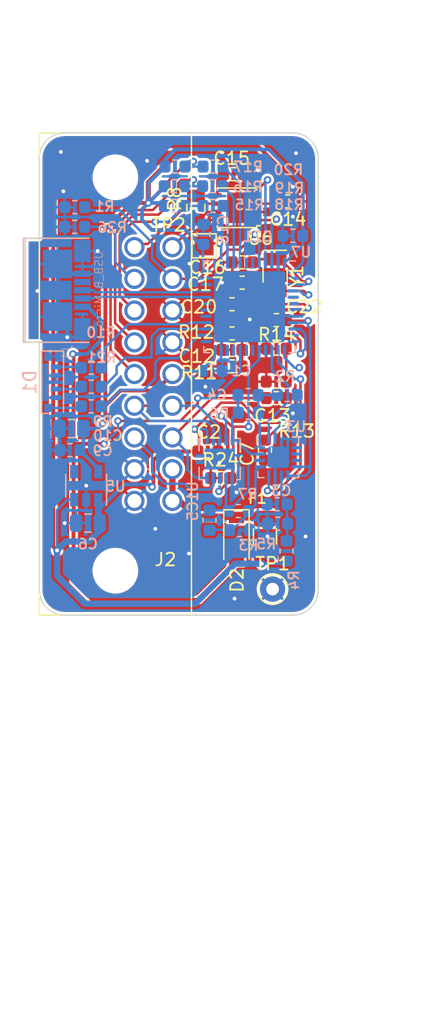
<source format=kicad_pcb>
(kicad_pcb (version 20171130) (host pcbnew "(5.1.0)-1")
  (layers (0 F.Cu signal) (31 B.Cu signal) (34 B.Paste user) (35 F.Paste user hide) (36 B.SilkS user) (37 F.SilkS user hide) (38 B.Mask user) (39 F.Mask user hide) (44 Edge.Cuts user))
  (net 0 "")
  (net 1 GND)
  (net 2 VREF)
  (net 3 VREFA)
  (net 4 VREFB)
  (net 5 3V3)
  (net 6 VIN)
  (net 7 VUSB)
  (net 8 BOOT0)
  (net 9 BUTTONDOWN)
  (net 10 BUTTONUP)
  (net 11 TTAIN)
  (net 12 TTBIN)
  (net 13 CANH)
  (net 14 CANL)
  (net 15 CANTX)
  (net 16 CANRX)
  (net 17 INTERSW)
  (net 18 DACOUTB)
  (net 19 DACOUTA)
  (net 20 TTBOUT)
  (net 21 TTAOUT)
  (net 22 "Net-(C3-Pad1)")
  (net 23 "Net-(C16-Pad2)")
  (net 24 "Net-(C17-Pad2)")
  (net 25 BUTTONMID)
  (net 26 /RST)
  (net 27 "Net-(C4-Pad2)")
  (net 28 "Net-(C5-Pad2)")
  (net 29 "Net-(D1-Pad3)")
  (net 30 REGIN)
  (net 31 "Net-(C4-Pad1)")
  (net 32 "Net-(C5-Pad1)")
  (net 33 "Net-(TP2-Pad1)")
  (net 34 "Net-(J2-Pad14)")
  (net 35 "Net-(J2-Pad15)")
  (net 36 "Net-(J2-Pad16)")
  (net 37 "Net-(J2-Pad17)")
  (net 38 USB_P)
  (net 39 USB_N)
  (net 40 LEDB)
  (net 41 LEDG)
  (net 42 LEDR)
  (net 43 "Net-(D1-Pad1)")
  (net 44 "Net-(D1-Pad5)")
  (module TestPoint:TestPoint_THTPad_D2.0mm_Drill1.0mm (layer F.Cu) (at 118.4 105.95)
    (fp_text reference TP1 (at 0 -1.998) (layer F.SilkS))
    (fp_text value TestPoint)
    (pad 1 thru_hole circle (at 0 0) (size 2 2) (drill 1) (layers *.Cu *.Mask) (net 1 GND))
  )
  (module LED_SMD:LED_Cree-PLCC6_4.7x1.5mm (layer B.Cu) (at 101.05 89.65 90)
    (fp_text reference D1 (at 0 -1.8 90) (layer B.SilkS) (effects (justify mirror)))
    (fp_text value QLS6B-FKW)
    (pad 6 smd rect (at 2.02 -0.335 90) (size 0.66 0.63) (layers B.Cu B.Paste B.Mask) (net 1 GND))
    (pad 5 smd rect (at 1.21 0.25 90) (size 0.4 0.8) (layers B.Cu B.Paste B.Mask) (net 44 "Net-(D1-Pad5)"))
    (pad 4 smd rect (at 0.53 0.25 90) (size 0.4 0.8) (layers B.Cu B.Paste B.Mask) (net 1 GND))
    (pad 3 smd rect (at -0.53 0.25 90) (size 0.4 0.8) (layers B.Cu B.Paste B.Mask) (net 29 "Net-(D1-Pad3)"))
    (pad 2 smd rect (at -1.21 0.25 90) (size 0.4 0.8) (layers B.Cu B.Paste B.Mask) (net 1 GND))
    (pad 1 smd rect (at -2.02 -0.335 90) (size 0.66 0.63) (layers B.Cu B.Paste B.Mask) (net 43 "Net-(D1-Pad1)"))
  )
  (module Resistor_SMD:R_0603_1608Metric (layer F.Cu) (at 114.3125 97.2)
    (fp_text reference R24 (at 0 -1.43) (layer F.SilkS))
    (fp_text value 10k)
    (pad 2 smd roundrect (at 0.7875 0) (size 0.875 0.95) (layers F.Cu F.Paste F.Mask) (net 17 INTERSW))
    (pad 1 smd roundrect (at -0.7875 0) (size 0.875 0.95) (layers F.Cu F.Paste F.Mask) (net 1 GND))
  )
  (module Resistor_SMD:R_0603_1608Metric (layer B.Cu) (at 104.1 90 180)
    (fp_text reference R21 (at -0.8 2.3) (layer B.SilkS) (effects (font (size 0.8 0.8)) (justify mirror)))
    (fp_text value 85)
    (pad 2 smd roundrect (at 0.7875 0 180) (size 0.875 0.95) (layers B.Cu B.Paste B.Mask) (net 29 "Net-(D1-Pad3)"))
    (pad 1 smd roundrect (at -0.7875 0 180) (size 0.875 0.95) (layers B.Cu B.Paste B.Mask) (net 42 LEDR))
  )
  (module Resistor_SMD:R_0603_1608Metric (layer B.Cu) (at 104.1 88.5 180)
    (fp_text reference R10 (at -0.775 2.775) (layer B.SilkS) (effects (font (size 0.8 0.8)) (justify mirror)))
    (fp_text value 27)
    (pad 2 smd roundrect (at 0.7875 0 180) (size 0.875 0.95) (layers B.Cu B.Paste B.Mask) (net 44 "Net-(D1-Pad5)"))
    (pad 1 smd roundrect (at -0.7875 0 180) (size 0.875 0.95) (layers B.Cu B.Paste B.Mask) (net 41 LEDG))
  )
  (module Resistor_SMD:R_0603_1608Metric (layer B.Cu) (at 104.1 91.55 180)
    (fp_text reference R9 (at -0.9125 -1.2) (layer B.SilkS) (effects (font (size 0.8 0.8)) (justify mirror)))
    (fp_text value 27)
    (pad 2 smd roundrect (at 0.7875 0 180) (size 0.875 0.95) (layers B.Cu B.Paste B.Mask) (net 43 "Net-(D1-Pad1)"))
    (pad 1 smd roundrect (at -0.7875 0 180) (size 0.875 0.95) (layers B.Cu B.Paste B.Mask) (net 40 LEDB))
  )
  (module Connector_JAE:MX23A18NF1 (layer F.Cu) (at 110.5 89 270)
    (fp_text reference J2 (at 14.625 0.55 180) (layer F.SilkS))
    (fp_text value Conn_02x09_Top_Bottom)
    (pad "" np_thru_hole circle (at -15.5 4.5 270) (size 3.2 3.2) (drill 3.2) (layers *.Cu *.Mask))
    (pad "" np_thru_hole circle (at 15.5 4.5 270) (size 3.2 3.2) (drill 3.2) (layers *.Cu *.Mask))
    (pad 18 thru_hole circle (at -10 3 270) (size 1.6 1.6) (drill 1.1) (layers *.Cu *.Mask) (net 14 CANL))
    (pad 17 thru_hole circle (at -7.5 3 270) (size 1.6 1.6) (drill 1.1) (layers *.Cu *.Mask) (net 37 "Net-(J2-Pad17)"))
    (pad 16 thru_hole circle (at -5 3 270) (size 1.6 1.6) (drill 1.1) (layers *.Cu *.Mask) (net 36 "Net-(J2-Pad16)"))
    (pad 15 thru_hole circle (at -2.5 3 270) (size 1.6 1.6) (drill 1.1) (layers *.Cu *.Mask) (net 35 "Net-(J2-Pad15)"))
    (pad 14 thru_hole circle (at 0 3 270) (size 1.6 1.6) (drill 1.1) (layers *.Cu *.Mask) (net 34 "Net-(J2-Pad14)"))
    (pad 13 thru_hole circle (at 2.5 3 270) (size 1.6 1.6) (drill 1.1) (layers *.Cu *.Mask) (net 11 TTAIN))
    (pad 12 thru_hole circle (at 5 3 270) (size 1.6 1.6) (drill 1.1) (layers *.Cu *.Mask) (net 20 TTBOUT))
    (pad 11 thru_hole circle (at 7.5 3 270) (size 1.6 1.6) (drill 1.1) (layers *.Cu *.Mask) (net 1 GND))
    (pad 9 thru_hole circle (at -10 0 270) (size 1.6 1.6) (drill 1.1) (layers *.Cu *.Mask) (net 13 CANH))
    (pad 8 thru_hole circle (at -7.5 0 270) (size 1.6 1.6) (drill 1.1) (layers *.Cu *.Mask) (net 8 BOOT0))
    (pad 7 thru_hole circle (at -5 0 270) (size 1.6 1.6) (drill 1.1) (layers *.Cu *.Mask) (net 1 GND))
    (pad 6 thru_hole circle (at -2.5 0 270) (size 1.6 1.6) (drill 1.1) (layers *.Cu *.Mask) (net 1 GND))
    (pad 5 thru_hole circle (at 0 0 270) (size 1.6 1.6) (drill 1.1) (layers *.Cu *.Mask) (net 5 3V3))
    (pad 4 thru_hole circle (at 2.5 0 270) (size 1.6 1.6) (drill 1.1) (layers *.Cu *.Mask) (net 21 TTAOUT))
    (pad 3 thru_hole circle (at 5 0 270) (size 1.6 1.6) (drill 1.1) (layers *.Cu *.Mask) (net 12 TTBIN))
    (pad 2 thru_hole circle (at 7.5 0 270) (size 1.6 1.6) (drill 1.1) (layers *.Cu *.Mask) (net 6 VIN))
    (pad 10 thru_hole circle (at 10 3 270) (size 1.6 1.6) (drill 1.1) (layers *.Cu *.Mask) (net 1 GND))
    (pad 1 thru_hole circle (at 10 0 270) (size 1.6 1.6) (drill 1.1) (layers *.Cu *.Mask) (net 6 VIN))
  )
  (module Package_SON:Texas_S-PVSON-N10 (layer B.Cu) (at 114.225 95.7 270)
    (fp_text reference U1 (at 2.55 2.125 90) (layer B.SilkS) (effects (font (size 0.8 0.8)) (justify mirror)))
    (fp_text value ADG884)
    (pad 10 smd oval (at 1.475 1 270) (size 0.85 0.28) (layers B.Cu B.Paste B.Mask) (net 12 TTBIN))
    (pad 9 smd oval (at 1.475 0.5 270) (size 0.85 0.28) (layers B.Cu B.Paste B.Mask) (net 20 TTBOUT))
    (pad 8 smd oval (at 1.475 0 270) (size 0.85 0.28) (layers B.Cu B.Paste B.Mask) (net 17 INTERSW))
    (pad 7 smd rect (at 1.76 -0.5 270) (size 0.28 0.28) (layers B.Cu B.Paste B.Mask) (net 28 "Net-(C5-Pad2)"))
    (pad 6 smd rect (at 1.76 -1 270) (size 0.28 0.28) (layers B.Cu B.Paste B.Mask) (net 1 GND))
    (pad 5 smd oval (at -1.475 -1 270) (size 0.85 0.28) (layers B.Cu B.Paste B.Mask) (net 27 "Net-(C4-Pad2)"))
    (pad 4 smd rect (at -1.76 -0.5 270) (size 0.28 0.28) (layers B.Cu B.Paste B.Mask) (net 17 INTERSW))
    (pad 3 smd oval (at -1.475 0 270) (size 0.85 0.28) (layers B.Cu B.Paste B.Mask) (net 21 TTAOUT))
    (pad 2 smd rect (at -1.76 0.5 270) (size 0.28 0.28) (layers B.Cu B.Paste B.Mask) (net 11 TTAIN))
    (pad 1 smd rect (at -1.76 1 270) (size 0.28 0.28) (layers B.Cu B.Paste B.Mask) (net 30 REGIN))
    (pad 11 smd rect (at 0 0 270) (size 1.65 2.4) (layers B.Cu B.Mask) (net 1 GND))
    (pad 11 smd rect (at 0.45 -0.635 270) (size 0.68 1.05) (layers B.Cu B.Paste B.Mask) (net 1 GND))
    (pad 11 smd rect (at -0.45 -0.635 270) (size 0.68 1.05) (layers B.Cu B.Paste B.Mask) (net 1 GND))
    (pad 11 smd rect (at 0.45 0.635 270) (size 0.68 1.05) (layers B.Cu B.Paste B.Mask) (net 1 GND))
    (pad 11 smd rect (at 0.25 -1.63 270) (size 0.26 0.5) (layers B.Cu B.Paste B.Mask) (net 1 GND))
    (pad 11 smd rect (at -0.25 -1.63 270) (size 0.26 0.5) (layers B.Cu B.Paste B.Mask) (net 1 GND))
    (pad 11 smd rect (at 0.25 1.63 270) (size 0.26 0.5) (layers B.Cu B.Paste B.Mask) (net 1 GND))
    (pad 11 smd rect (at 0.25 -1.55 270) (size 0.28 0.7) (layers B.Cu B.Mask) (net 1 GND))
    (pad 11 smd rect (at -0.25 -1.55 270) (size 0.28 0.7) (layers B.Cu B.Mask) (net 1 GND))
    (pad 11 smd rect (at 0.25 1.55 270) (size 0.28 0.7) (layers B.Cu B.Mask) (net 1 GND))
    (pad 11 smd rect (at -0.25 1.63 270) (size 0.26 0.5) (layers B.Cu B.Paste B.Mask) (net 1 GND))
    (pad 11 smd rect (at -0.25 1.55 270) (size 0.28 0.7) (layers B.Cu B.Mask) (net 1 GND))
    (pad 11 smd rect (at -0.45 0.635 270) (size 0.68 1.05) (layers B.Cu B.Paste B.Mask) (net 1 GND))
    (pad 10 smd rect (at 1.76 1 270) (size 0.28 0.28) (layers B.Cu B.Paste B.Mask) (net 12 TTBIN))
    (pad 9 smd rect (at 1.76 0.5 270) (size 0.28 0.28) (layers B.Cu B.Paste B.Mask) (net 20 TTBOUT))
    (pad 8 smd rect (at 1.76 0 270) (size 0.28 0.28) (layers B.Cu B.Paste B.Mask) (net 17 INTERSW))
    (pad 7 smd oval (at 1.475 -0.5 270) (size 0.85 0.28) (layers B.Cu B.Paste B.Mask) (net 28 "Net-(C5-Pad2)"))
    (pad 6 smd oval (at 1.475 -1 270) (size 0.85 0.28) (layers B.Cu B.Paste B.Mask) (net 1 GND))
    (pad 5 smd rect (at -1.76 -1 270) (size 0.28 0.28) (layers B.Cu B.Paste B.Mask) (net 27 "Net-(C4-Pad2)"))
    (pad 4 smd oval (at -1.475 -0.5 270) (size 0.85 0.28) (layers B.Cu B.Paste B.Mask) (net 17 INTERSW))
    (pad 3 smd rect (at -1.76 0 270) (size 0.28 0.28) (layers B.Cu B.Paste B.Mask) (net 21 TTAOUT))
    (pad 2 smd oval (at -1.475 0.5 270) (size 0.85 0.28) (layers B.Cu B.Paste B.Mask) (net 11 TTAIN))
    (pad 1 smd oval (at -1.475 1 270) (size 0.85 0.28) (layers B.Cu B.Paste B.Mask) (net 30 REGIN))
  )
  (module Resistor_SMD:R_0805_2012Metric (layer F.Cu) (at 112.35 75.9 270)
    (fp_text reference R8 (at -0.7 1.675 90) (layer F.SilkS))
    (fp_text value 120)
    (pad 2 smd roundrect (at 0.9375 0 270) (size 0.975 1.4) (layers F.Cu F.Paste F.Mask) (net 13 CANH))
    (pad 1 smd roundrect (at -0.9375 0 270) (size 0.975 1.4) (layers F.Cu F.Paste F.Mask) (net 14 CANL))
  )
  (module Capacitor_SMD:C_0805_2012Metric (layer B.Cu) (at 103.8375 100.75)
    (fp_text reference C6 (at 0 1.65) (layer B.SilkS) (effects (font (size 0.8 0.8)) (justify mirror)))
    (fp_text value 4.7uF)
    (pad 2 smd roundrect (at 0.9375 0) (size 0.975 1.4) (layers B.Cu B.Paste B.Mask) (net 30 REGIN))
    (pad 1 smd roundrect (at -0.9375 0) (size 0.975 1.4) (layers B.Cu B.Paste B.Mask) (net 1 GND))
  )
  (module TestPoint:TestPoint_Pad_1.5x1.5mm (layer F.Cu) (at 113 78.9)
    (fp_text reference TP2 (at -2.8 -1.648) (layer F.SilkS))
    (fp_text value TestPoint)
    (pad 1 smd rect (at 0 0) (size 1.5 1.5) (layers F.Cu F.Mask) (net 33 "Net-(TP2-Pad1)"))
  )
  (module Capacitor_SMD:C_0603_1608Metric (layer B.Cu) (at 113.6375 88.75)
    (fp_text reference C1 (at 2.3125 0 180) (layer B.SilkS) (effects (font (size 0.8 0.8)) (justify mirror)))
    (fp_text value 0.1uF)
    (pad 2 smd roundrect (at 0.7875 0) (size 0.875 0.95) (layers B.Cu B.Paste B.Mask) (net 1 GND))
    (pad 1 smd roundrect (at -0.7875 0) (size 0.875 0.95) (layers B.Cu B.Paste B.Mask) (net 5 3V3))
  )
  (module VeridianDesigns:CONN_2173157-3 (layer B.Cu) (at 103.4 82.4 90)
    (fp_text reference J1 (at -4.9 -1.2 270) (layer B.SilkS) (effects (font (size 0.8 0.8) (thickness 0.05)) (justify mirror)))
    (fp_text value USB_B_Micro (at 0.1 1.3 90) (layer B.SilkS) (effects (font (size 0.631169 0.631169) (thickness 0.05)) (justify mirror)))
    (pad 6 smd rect (at 2.075 -1.95 90) (size 2.25 2.3) (layers B.Cu B.Paste B.Mask) (net 1 GND))
    (pad 6 smd rect (at -2.075 -1.95 90) (size 2.25 2.3) (layers B.Cu B.Paste B.Mask) (net 1 GND))
    (pad 6 smd rect (at 3.075 0 90) (size 1.75 1.3) (layers B.Cu B.Paste B.Mask) (net 1 GND))
    (pad 6 smd rect (at -3.075 0 90) (size 1.75 1.3) (layers B.Cu B.Paste B.Mask) (net 1 GND))
    (pad 5 smd rect (at 1.3 0) (size 1.3 0.5) (layers B.Cu B.Paste B.Mask) (net 1 GND))
    (pad 4 smd rect (at 0.65 0) (size 1.3 0.5) (layers B.Cu B.Paste B.Mask))
    (pad 3 smd rect (at 0 0) (size 1.3 0.5) (layers B.Cu B.Paste B.Mask) (net 38 USB_P))
    (pad 2 smd rect (at -0.65 0) (size 1.3 0.5) (layers B.Cu B.Paste B.Mask) (net 39 USB_N))
    (pad 1 smd rect (at -1.3 0) (size 1.3 0.5) (layers B.Cu B.Paste B.Mask) (net 7 VUSB))
  )
  (module Capacitor_SMD:C_0603_1608Metric (layer F.Cu) (at 113.3 95.1 180)
    (fp_text reference C2 (at -0.0625 1.525 180) (layer F.SilkS))
    (fp_text value 0.1uF)
    (pad 2 smd roundrect (at 0.7875 0 180) (size 0.875 0.95) (layers F.Cu F.Paste F.Mask) (net 30 REGIN))
    (pad 1 smd roundrect (at -0.7875 0 180) (size 0.875 0.95) (layers F.Cu F.Paste F.Mask) (net 1 GND))
  )
  (module Capacitor_SMD:C_0603_1608Metric (layer B.Cu) (at 116.4625 90.658 180)
    (fp_text reference C4 (at 2.4625 0.008) (layer B.SilkS) (effects (font (size 0.8 0.8)) (justify mirror)))
    (fp_text value 10nF)
    (pad 2 smd roundrect (at 0.7875 0 180) (size 0.875 0.95) (layers B.Cu B.Paste B.Mask) (net 27 "Net-(C4-Pad2)"))
    (pad 1 smd roundrect (at -0.7875 0 180) (size 0.875 0.95) (layers B.Cu B.Paste B.Mask) (net 31 "Net-(C4-Pad1)"))
  )
  (module Capacitor_SMD:C_0603_1608Metric (layer B.Cu) (at 113.425 100.525 90)
    (fp_text reference C5 (at 0.725 -1.325 270) (layer B.SilkS) (effects (font (size 0.8 0.8)) (justify mirror)))
    (fp_text value 10nF)
    (pad 2 smd roundrect (at 0.7875 0 90) (size 0.875 0.95) (layers B.Cu B.Paste B.Mask) (net 28 "Net-(C5-Pad2)"))
    (pad 1 smd roundrect (at -0.7875 0 90) (size 0.875 0.95) (layers B.Cu B.Paste B.Mask) (net 32 "Net-(C5-Pad1)"))
  )
  (module Capacitor_SMD:C_0603_1608Metric (layer B.Cu) (at 118.75 99.258 180)
    (fp_text reference C3 (at -0.35 1.058 180) (layer B.SilkS) (effects (font (size 0.8 0.8)) (justify mirror)))
    (fp_text value 0.1uF)
    (pad 2 smd roundrect (at 0.7875 0 180) (size 0.875 0.95) (layers B.Cu B.Paste B.Mask) (net 1 GND))
    (pad 1 smd roundrect (at -0.7875 0 180) (size 0.875 0.95) (layers B.Cu B.Paste B.Mask) (net 22 "Net-(C3-Pad1)"))
  )
  (module Resistor_SMD:R_0603_1608Metric (layer B.Cu) (at 113.7 75.75 180)
    (fp_text reference R18 (at -6 0.1 180) (layer B.SilkS) (effects (font (size 0.8 0.8)) (justify mirror)))
    (fp_text value 2.2k)
    (pad 2 smd roundrect (at 0.7875 0 180) (size 0.875 0.95) (layers B.Cu B.Paste B.Mask) (net 36 "Net-(J2-Pad16)"))
    (pad 1 smd roundrect (at -0.7875 0 180) (size 0.875 0.95) (layers B.Cu B.Paste B.Mask) (net 10 BUTTONUP))
  )
  (module Resistor_SMD:R_0603_1608Metric (layer B.Cu) (at 110.7 72.65)
    (fp_text reference R17 (at 5.775 0.025 180) (layer B.SilkS) (effects (font (size 0.8 0.8)) (justify mirror)))
    (fp_text value 1k)
    (pad 2 smd roundrect (at 0.7875 0) (size 0.875 0.95) (layers B.Cu B.Paste B.Mask) (net 34 "Net-(J2-Pad14)"))
    (pad 1 smd roundrect (at -0.7875 0) (size 0.875 0.95) (layers B.Cu B.Paste B.Mask) (net 5 3V3))
  )
  (module Resistor_SMD:R_0603_1608Metric (layer B.Cu) (at 110.65 74.2)
    (fp_text reference R16 (at 5.8 0.05 180) (layer B.SilkS) (effects (font (size 0.8 0.8)) (justify mirror)))
    (fp_text value 1k)
    (pad 2 smd roundrect (at 0.7875 0) (size 0.875 0.95) (layers B.Cu B.Paste B.Mask) (net 35 "Net-(J2-Pad15)"))
    (pad 1 smd roundrect (at -0.7875 0) (size 0.875 0.95) (layers B.Cu B.Paste B.Mask) (net 5 3V3))
  )
  (module Resistor_SMD:R_0603_1608Metric (layer B.Cu) (at 113.7 72.65)
    (fp_text reference R20 (at 5.95 0.25) (layer B.SilkS) (effects (font (size 0.8 0.8)) (justify mirror)))
    (fp_text value 2.2k)
    (pad 2 smd roundrect (at 0.7875 0) (size 0.875 0.95) (layers B.Cu B.Paste B.Mask) (net 9 BUTTONDOWN))
    (pad 1 smd roundrect (at -0.7875 0) (size 0.875 0.95) (layers B.Cu B.Paste B.Mask) (net 34 "Net-(J2-Pad14)"))
  )
  (module Capacitor_SMD:C_0603_1608Metric (layer F.Cu) (at 116.0125 80.2)
    (fp_text reference C16 (at -2.7625 0.4 180) (layer F.SilkS))
    (fp_text value 8pF)
    (pad 2 smd roundrect (at 0.7875 0) (size 0.875 0.95) (layers F.Cu F.Paste F.Mask) (net 23 "Net-(C16-Pad2)"))
    (pad 1 smd roundrect (at -0.7875 0) (size 0.875 0.95) (layers F.Cu F.Paste F.Mask) (net 1 GND))
  )
  (module Resistor_SMD:R_0603_1608Metric (layer F.Cu) (at 115.2 85.8)
    (fp_text reference R12 (at -2.8125 -0.1) (layer F.SilkS))
    (fp_text value 10k)
    (pad 2 smd roundrect (at 0.7875 0) (size 0.875 0.95) (layers F.Cu F.Paste F.Mask) (net 3 VREFA))
    (pad 1 smd roundrect (at -0.7875 0) (size 0.875 0.95) (layers F.Cu F.Paste F.Mask) (net 1 GND))
  )
  (module Resistor_SMD:R_0603_1608Metric (layer F.Cu) (at 115.2 88.4 180)
    (fp_text reference R11 (at 2.6 -0.5 180) (layer F.SilkS))
    (fp_text value 10k)
    (pad 2 smd roundrect (at 0.7875 0 180) (size 0.875 0.95) (layers F.Cu F.Paste F.Mask) (net 11 TTAIN))
    (pad 1 smd roundrect (at -0.7875 0 180) (size 0.875 0.95) (layers F.Cu F.Paste F.Mask) (net 3 VREFA))
  )
  (module Capacitor_SMD:C_0603_1608Metric (layer B.Cu) (at 112.95 77.9875 90)
    (fp_text reference C18 (at 0.3625 1.55 90) (layer B.SilkS) (effects (font (size 0.8 0.8)) (justify mirror)))
    (fp_text value 0.1uF)
    (pad 2 smd roundrect (at 0.7875 0 90) (size 0.875 0.95) (layers B.Cu B.Paste B.Mask) (net 1 GND))
    (pad 1 smd roundrect (at -0.7875 0 90) (size 0.875 0.95) (layers B.Cu B.Paste B.Mask) (net 5 3V3))
  )
  (module Resistor_SMD:R_0603_1608Metric (layer F.Cu) (at 118.6875 87)
    (fp_text reference R14 (at 0.0125 -1.1) (layer F.SilkS))
    (fp_text value 10k)
    (pad 2 smd roundrect (at 0.7875 0) (size 0.875 0.95) (layers F.Cu F.Paste F.Mask) (net 4 VREFB))
    (pad 1 smd roundrect (at -0.7875 0) (size 0.875 0.95) (layers F.Cu F.Paste F.Mask) (net 1 GND))
  )
  (module Capacitor_SMD:C_0603_1608Metric (layer F.Cu) (at 118.7 84.75 180)
    (fp_text reference C22 (at -2.192031 1.06066 180) (layer F.SilkS))
    (fp_text value 10nF)
    (pad 2 smd roundrect (at 0.7875 0 180) (size 0.875 0.95) (layers F.Cu F.Paste F.Mask) (net 1 GND))
    (pad 1 smd roundrect (at -0.7875 0 180) (size 0.875 0.95) (layers F.Cu F.Paste F.Mask) (net 2 VREF))
  )
  (module Resistor_SMD:R_0603_1608Metric (layer B.Cu) (at 113.6625 74.2)
    (fp_text reference R19 (at 6.0625 0.15) (layer B.SilkS) (effects (font (size 0.8 0.8)) (justify mirror)))
    (fp_text value 2.2k)
    (pad 2 smd roundrect (at 0.7875 0) (size 0.875 0.95) (layers B.Cu B.Paste B.Mask) (net 25 BUTTONMID))
    (pad 1 smd roundrect (at -0.7875 0) (size 0.875 0.95) (layers B.Cu B.Paste B.Mask) (net 35 "Net-(J2-Pad15)"))
  )
  (module Capacitor_SMD:C_0603_1608Metric (layer F.Cu) (at 119.6 75.4)
    (fp_text reference C14 (at 0.0125 1.4) (layer F.SilkS))
    (fp_text value 0.1uF)
    (pad 2 smd roundrect (at 0.7875 0) (size 0.875 0.95) (layers F.Cu F.Paste F.Mask) (net 1 GND))
    (pad 1 smd roundrect (at -0.7875 0) (size 0.875 0.95) (layers F.Cu F.Paste F.Mask) (net 30 REGIN))
  )
  (module Capacitor_SMD:C_0603_1608Metric (layer F.Cu) (at 116 81.8)
    (fp_text reference C17 (at -2.9 0.125) (layer F.SilkS))
    (fp_text value 8pF)
    (pad 2 smd roundrect (at 0.7875 0) (size 0.875 0.95) (layers F.Cu F.Paste F.Mask) (net 24 "Net-(C17-Pad2)"))
    (pad 1 smd roundrect (at -0.7875 0) (size 0.875 0.95) (layers F.Cu F.Paste F.Mask) (net 1 GND))
  )
  (module Crystal:Crystal_SMD_G8-2Pin_3.2x1.5mm (layer F.Cu) (at 118.6 81.2 270)
    (fp_text reference Y1 (at 0.1 -1.7 270) (layer F.SilkS))
    (fp_text value 32.768)
    (pad 2 smd rect (at 1.25 0 270) (size 1 1.8) (layers F.Cu F.Paste F.Mask) (net 24 "Net-(C17-Pad2)"))
    (pad 1 smd rect (at -1.25 0 270) (size 1 1.8) (layers F.Cu F.Paste F.Mask) (net 23 "Net-(C16-Pad2)"))
  )
  (module Resistor_SMD:R_0603_1608Metric (layer F.Cu) (at 118.6875 90.9 180)
    (fp_text reference R13 (at -1.6125 -2.6 180) (layer F.SilkS))
    (fp_text value 10k)
    (pad 2 smd roundrect (at 0.7875 0 180) (size 0.875 0.95) (layers F.Cu F.Paste F.Mask) (net 12 TTBIN))
    (pad 1 smd roundrect (at -0.7875 0 180) (size 0.875 0.95) (layers F.Cu F.Paste F.Mask) (net 4 VREFB))
  )
  (module Capacitor_SMD:C_0805_2012Metric (layer B.Cu) (at 102.5375 93.3)
    (fp_text reference C10 (at 2.8625 0.55) (layer B.SilkS) (effects (font (size 0.8 0.8)) (justify mirror)))
    (fp_text value 4.7uF)
    (pad 2 smd roundrect (at 0.9375 0) (size 0.975 1.4) (layers B.Cu B.Paste B.Mask) (net 5 3V3))
    (pad 1 smd roundrect (at -0.9375 0) (size 0.975 1.4) (layers B.Cu B.Paste B.Mask) (net 1 GND))
  )
  (module Capacitor_SMD:C_0603_1608Metric (layer B.Cu) (at 120 78.1 180)
    (fp_text reference C21 (at 2.75 -0.075) (layer B.SilkS) (effects (font (size 0.8 0.8)) (justify mirror)))
    (fp_text value 0.1uF)
    (pad 2 smd roundrect (at 0.7875 0 180) (size 0.875 0.95) (layers B.Cu B.Paste B.Mask) (net 1 GND))
    (pad 1 smd roundrect (at -0.7875 0 180) (size 0.875 0.95) (layers B.Cu B.Paste B.Mask) (net 5 3V3))
  )
  (module Capacitor_SMD:C_0603_1608Metric (layer F.Cu) (at 115.2 83.5 180)
    (fp_text reference C20 (at 2.616295 -0.212132) (layer F.SilkS))
    (fp_text value 0.1uF)
    (pad 2 smd roundrect (at 0.7875 0 180) (size 0.875 0.95) (layers F.Cu F.Paste F.Mask) (net 1 GND))
    (pad 1 smd roundrect (at -0.7875 0 180) (size 0.875 0.95) (layers F.Cu F.Paste F.Mask) (net 26 /RST))
  )
  (module Resistor_SMD:R_0603_1608Metric (layer B.Cu) (at 110.65 75.75)
    (fp_text reference R15 (at 5.925 -0.075 180) (layer B.SilkS) (effects (font (size 0.8 0.8)) (justify mirror)))
    (fp_text value 1k)
    (pad 2 smd roundrect (at 0.7875 0) (size 0.875 0.95) (layers B.Cu B.Paste B.Mask) (net 36 "Net-(J2-Pad16)"))
    (pad 1 smd roundrect (at -0.7875 0) (size 0.875 0.95) (layers B.Cu B.Paste B.Mask) (net 5 3V3))
  )
  (module Package_DFN_QFN:QFN-48-1EP_7x7mm_P0.5mm_EP5.6x5.6mm (layer B.Cu) (at 116.5875 83.7 180)
    (fp_text reference U7 (at -4.0625 4.3 180) (layer B.SilkS) (effects (font (size 0.8 0.8)) (justify mirror)))
    (fp_text value STM32L433CCUx)
    (pad 48 smd roundrect (at -2.75 3.4375 180) (size 0.25 0.875) (layers B.Cu B.Paste B.Mask) (net 5 3V3))
    (pad 47 smd roundrect (at -2.25 3.4375 180) (size 0.25 0.875) (layers B.Cu B.Paste B.Mask) (net 1 GND))
    (pad 46 smd roundrect (at -1.75 3.4375 180) (size 0.25 0.875) (layers B.Cu B.Paste B.Mask) (net 15 CANTX))
    (pad 45 smd roundrect (at -1.25 3.4375 180) (size 0.25 0.875) (layers B.Cu B.Paste B.Mask) (net 16 CANRX))
    (pad 44 smd roundrect (at -0.75 3.4375 180) (size 0.25 0.875) (layers B.Cu B.Paste B.Mask) (net 8 BOOT0))
    (pad 43 smd roundrect (at -0.25 3.4375 180) (size 0.25 0.875) (layers B.Cu B.Paste B.Mask))
    (pad 42 smd roundrect (at 0.25 3.4375 180) (size 0.25 0.875) (layers B.Cu B.Paste B.Mask))
    (pad 41 smd roundrect (at 0.75 3.4375 180) (size 0.25 0.875) (layers B.Cu B.Paste B.Mask) (net 9 BUTTONDOWN))
    (pad 40 smd roundrect (at 1.25 3.4375 180) (size 0.25 0.875) (layers B.Cu B.Paste B.Mask) (net 25 BUTTONMID))
    (pad 39 smd roundrect (at 1.75 3.4375 180) (size 0.25 0.875) (layers B.Cu B.Paste B.Mask) (net 10 BUTTONUP))
    (pad 38 smd roundrect (at 2.25 3.4375 180) (size 0.25 0.875) (layers B.Cu B.Paste B.Mask) (net 33 "Net-(TP2-Pad1)"))
    (pad 37 smd roundrect (at 2.75 3.4375 180) (size 0.25 0.875) (layers B.Cu B.Paste B.Mask))
    (pad 36 smd roundrect (at 3.4375 2.75 180) (size 0.875 0.25) (layers B.Cu B.Paste B.Mask) (net 5 3V3))
    (pad 35 smd roundrect (at 3.4375 2.25 180) (size 0.875 0.25) (layers B.Cu B.Paste B.Mask) (net 1 GND))
    (pad 34 smd roundrect (at 3.4375 1.75 180) (size 0.875 0.25) (layers B.Cu B.Paste B.Mask))
    (pad 33 smd roundrect (at 3.4375 1.25 180) (size 0.875 0.25) (layers B.Cu B.Paste B.Mask) (net 38 USB_P))
    (pad 32 smd roundrect (at 3.4375 0.75 180) (size 0.875 0.25) (layers B.Cu B.Paste B.Mask) (net 39 USB_N))
    (pad 31 smd roundrect (at 3.4375 0.25 180) (size 0.875 0.25) (layers B.Cu B.Paste B.Mask))
    (pad 30 smd roundrect (at 3.4375 -0.25 180) (size 0.875 0.25) (layers B.Cu B.Paste B.Mask))
    (pad 29 smd roundrect (at 3.4375 -0.75 180) (size 0.875 0.25) (layers B.Cu B.Paste B.Mask))
    (pad 28 smd roundrect (at 3.4375 -1.25 180) (size 0.875 0.25) (layers B.Cu B.Paste B.Mask) (net 41 LEDG))
    (pad 27 smd roundrect (at 3.4375 -1.75 180) (size 0.875 0.25) (layers B.Cu B.Paste B.Mask) (net 42 LEDR))
    (pad 26 smd roundrect (at 3.4375 -2.25 180) (size 0.875 0.25) (layers B.Cu B.Paste B.Mask) (net 40 LEDB))
    (pad 25 smd roundrect (at 3.4375 -2.75 180) (size 0.875 0.25) (layers B.Cu B.Paste B.Mask))
    (pad 24 smd roundrect (at 2.75 -3.4375 180) (size 0.25 0.875) (layers B.Cu B.Paste B.Mask) (net 5 3V3))
    (pad 23 smd roundrect (at 2.25 -3.4375 180) (size 0.25 0.875) (layers B.Cu B.Paste B.Mask) (net 1 GND))
    (pad 22 smd roundrect (at 1.75 -3.4375 180) (size 0.25 0.875) (layers B.Cu B.Paste B.Mask))
    (pad 21 smd roundrect (at 1.25 -3.4375 180) (size 0.25 0.875) (layers B.Cu B.Paste B.Mask))
    (pad 20 smd roundrect (at 0.75 -3.4375 180) (size 0.25 0.875) (layers B.Cu B.Paste B.Mask) (net 7 VUSB))
    (pad 19 smd roundrect (at 0.25 -3.4375 180) (size 0.25 0.875) (layers B.Cu B.Paste B.Mask))
    (pad 18 smd roundrect (at -0.25 -3.4375 180) (size 0.25 0.875) (layers B.Cu B.Paste B.Mask))
    (pad 17 smd roundrect (at -0.75 -3.4375 180) (size 0.25 0.875) (layers B.Cu B.Paste B.Mask) (net 17 INTERSW))
    (pad 16 smd roundrect (at -1.25 -3.4375 180) (size 0.25 0.875) (layers B.Cu B.Paste B.Mask))
    (pad 15 smd roundrect (at -1.75 -3.4375 180) (size 0.25 0.875) (layers B.Cu B.Paste B.Mask) (net 19 DACOUTA))
    (pad 14 smd roundrect (at -2.25 -3.4375 180) (size 0.25 0.875) (layers B.Cu B.Paste B.Mask) (net 18 DACOUTB))
    (pad 13 smd roundrect (at -2.75 -3.4375 180) (size 0.25 0.875) (layers B.Cu B.Paste B.Mask) (net 4 VREFB))
    (pad 12 smd roundrect (at -3.4375 -2.75 180) (size 0.875 0.25) (layers B.Cu B.Paste B.Mask))
    (pad 11 smd roundrect (at -3.4375 -2.25 180) (size 0.875 0.25) (layers B.Cu B.Paste B.Mask))
    (pad 10 smd roundrect (at -3.4375 -1.75 180) (size 0.875 0.25) (layers B.Cu B.Paste B.Mask) (net 3 VREFA))
    (pad 9 smd roundrect (at -3.4375 -1.25 180) (size 0.875 0.25) (layers B.Cu B.Paste B.Mask) (net 2 VREF))
    (pad 8 smd roundrect (at -3.4375 -0.75 180) (size 0.875 0.25) (layers B.Cu B.Paste B.Mask) (net 1 GND))
    (pad 7 smd roundrect (at -3.4375 -0.25 180) (size 0.875 0.25) (layers B.Cu B.Paste B.Mask) (net 26 /RST))
    (pad 6 smd roundrect (at -3.4375 0.25 180) (size 0.875 0.25) (layers B.Cu B.Paste B.Mask))
    (pad 5 smd roundrect (at -3.4375 0.75 180) (size 0.875 0.25) (layers B.Cu B.Paste B.Mask))
    (pad 4 smd roundrect (at -3.4375 1.25 180) (size 0.875 0.25) (layers B.Cu B.Paste B.Mask) (net 24 "Net-(C17-Pad2)"))
    (pad 3 smd roundrect (at -3.4375 1.75 180) (size 0.875 0.25) (layers B.Cu B.Paste B.Mask) (net 23 "Net-(C16-Pad2)"))
    (pad 2 smd roundrect (at -3.4375 2.25 180) (size 0.875 0.25) (layers B.Cu B.Paste B.Mask))
    (pad 1 smd roundrect (at -3.4375 2.75 180) (size 0.875 0.25) (layers B.Cu B.Paste B.Mask) (net 5 3V3))
    (pad 49 smd roundrect (at 0 0 180) (size 5.6 5.6) (layers B.Cu B.Mask) (roundrect_rratio 0.044643) (net 1 GND))
  )
  (module Package_DFN_QFN:QFN-16-1EP_3x3mm_P0.5mm_EP1.7x1.7mm (layer B.Cu) (at 118.85 95.558 270)
    (fp_text reference U3 (at -2.408 -1.4) (layer B.SilkS) (effects (font (size 0.8 0.8)) (justify mirror)))
    (fp_text value TLV9064IRTER)
    (pad 16 smd roundrect (at -0.75 1.4625 270) (size 0.25 0.825) (layers B.Cu B.Paste B.Mask) (net 31 "Net-(C4-Pad1)"))
    (pad 15 smd roundrect (at -0.25 1.4625 270) (size 0.25 0.825) (layers B.Cu B.Paste B.Mask) (net 27 "Net-(C4-Pad2)"))
    (pad 14 smd roundrect (at 0.25 1.4625 270) (size 0.25 0.825) (layers B.Cu B.Paste B.Mask) (net 28 "Net-(C5-Pad2)"))
    (pad 13 smd roundrect (at 0.75 1.4625 270) (size 0.25 0.825) (layers B.Cu B.Paste B.Mask) (net 32 "Net-(C5-Pad1)"))
    (pad 12 smd roundrect (at 1.4625 0.75 270) (size 0.825 0.25) (layers B.Cu B.Paste B.Mask) (net 18 DACOUTB))
    (pad 11 smd roundrect (at 1.4625 0.25 270) (size 0.825 0.25) (layers B.Cu B.Paste B.Mask) (net 1 GND))
    (pad 10 smd roundrect (at 1.4625 -0.25 270) (size 0.825 0.25) (layers B.Cu B.Paste B.Mask) (net 22 "Net-(C3-Pad1)"))
    (pad 9 smd roundrect (at 1.4625 -0.75 270) (size 0.825 0.25) (layers B.Cu B.Paste B.Mask) (net 2 VREF))
    (pad 8 smd roundrect (at 0.75 -1.4625 270) (size 0.25 0.825) (layers B.Cu B.Paste B.Mask) (net 2 VREF))
    (pad 7 smd roundrect (at 0.25 -1.4625 270) (size 0.25 0.825) (layers B.Cu B.Paste B.Mask))
    (pad 6 smd roundrect (at -0.25 -1.4625 270) (size 0.25 0.825) (layers B.Cu B.Paste B.Mask))
    (pad 5 smd roundrect (at -0.75 -1.4625 270) (size 0.25 0.825) (layers B.Cu B.Paste B.Mask))
    (pad 4 smd roundrect (at -1.4625 -0.75 270) (size 0.825 0.25) (layers B.Cu B.Paste B.Mask) (net 1 GND))
    (pad 3 smd roundrect (at -1.4625 -0.25 270) (size 0.825 0.25) (layers B.Cu B.Paste B.Mask) (net 1 GND))
    (pad 2 smd roundrect (at -1.4625 0.25 270) (size 0.825 0.25) (layers B.Cu B.Paste B.Mask) (net 30 REGIN))
    (pad 1 smd roundrect (at -1.4625 0.75 270) (size 0.825 0.25) (layers B.Cu B.Paste B.Mask) (net 19 DACOUTA))
    (pad 17 smd roundrect (at 0 0 270) (size 1.7 1.7) (layers B.Cu B.Mask) (roundrect_rratio 0.147059) (net 1 GND))
  )
  (module Resistor_SMD:R_0603_1608Metric (layer B.Cu) (at 102.7875 77.4 180)
    (fp_text reference R26 (at -2.9625 -0.05) (layer B.SilkS) (effects (font (size 0.8 0.8)) (justify mirror)))
    (fp_text value 1k)
    (pad 2 smd roundrect (at 0.7875 0 180) (size 0.875 0.95) (layers B.Cu B.Paste B.Mask) (net 1 GND))
    (pad 1 smd roundrect (at -0.7875 0 180) (size 0.875 0.95) (layers B.Cu B.Paste B.Mask) (net 37 "Net-(J2-Pad17)"))
  )
  (module Package_DFN_QFN:DFN-8-1EP_3x3mm_P0.65mm_EP1.55x2.4mm (layer F.Cu) (at 115.6 75.9 180)
    (fp_text reference U6 (at -1.85 -2.4) (layer F.SilkS))
    (fp_text value MCP2562-E-MF)
    (pad 9 smd rect (at 0 0 180) (size 1.55 2.4) (layers F.Cu F.Mask) (net 1 GND))
    (pad 8 smd rect (at 1.55 -0.975 180) (size 0.65 0.35) (layers F.Cu F.Paste F.Mask) (net 1 GND))
    (pad 7 smd rect (at 1.55 -0.325 180) (size 0.65 0.35) (layers F.Cu F.Paste F.Mask) (net 13 CANH))
    (pad 6 smd rect (at 1.55 0.325 180) (size 0.65 0.35) (layers F.Cu F.Paste F.Mask) (net 14 CANL))
    (pad 5 smd rect (at 1.55 0.975 180) (size 0.65 0.35) (layers F.Cu F.Paste F.Mask) (net 5 3V3))
    (pad 4 smd rect (at -1.55 0.975 180) (size 0.65 0.35) (layers F.Cu F.Paste F.Mask) (net 16 CANRX))
    (pad 3 smd rect (at -1.55 0.325 180) (size 0.65 0.35) (layers F.Cu F.Paste F.Mask) (net 30 REGIN))
    (pad 2 smd rect (at -1.55 -0.325 180) (size 0.65 0.35) (layers F.Cu F.Paste F.Mask) (net 1 GND))
    (pad 1 smd rect (at -1.55 -0.975 180) (size 0.65 0.35) (layers F.Cu F.Paste F.Mask) (net 15 CANTX))
  )
  (module Capacitor_SMD:C_0603_1608Metric (layer F.Cu) (at 115.3125 73.25)
    (fp_text reference C15 (at -0.1375 -1.25 180) (layer F.SilkS))
    (fp_text value 0.1uF)
    (pad 2 smd roundrect (at 0.7875 0) (size 0.875 0.95) (layers F.Cu F.Paste F.Mask) (net 1 GND))
    (pad 1 smd roundrect (at -0.7875 0) (size 0.875 0.95) (layers F.Cu F.Paste F.Mask) (net 5 3V3))
  )
  (module Capacitor_SMD:C_0603_1608Metric (layer B.Cu) (at 102.4125 95)
    (fp_text reference C9 (at 2.5875 0.05 180) (layer B.SilkS) (effects (font (size 0.8 0.8)) (justify mirror)))
    (fp_text value 0.1uF)
    (pad 2 smd roundrect (at 0.7875 0) (size 0.875 0.95) (layers B.Cu B.Paste B.Mask) (net 5 3V3))
    (pad 1 smd roundrect (at -0.7875 0) (size 0.875 0.95) (layers B.Cu B.Paste B.Mask) (net 1 GND))
  )
  (module Capacitor_SMD:C_0603_1608Metric (layer F.Cu) (at 115.1875 87.1 180)
    (fp_text reference C12 (at 2.7625 -0.5 180) (layer F.SilkS))
    (fp_text value 10nF)
    (pad 2 smd roundrect (at 0.7875 0 180) (size 0.875 0.95) (layers F.Cu F.Paste F.Mask) (net 1 GND))
    (pad 1 smd roundrect (at -0.7875 0 180) (size 0.875 0.95) (layers F.Cu F.Paste F.Mask) (net 3 VREFA))
  )
  (module Capacitor_SMD:C_0603_1608Metric (layer F.Cu) (at 117.8 95 90)
    (fp_text reference C7 (at -0.3 -1.4 270) (layer F.SilkS))
    (fp_text value 0.1uF)
    (pad 2 smd roundrect (at 0.7875 0 90) (size 0.875 0.95) (layers F.Cu F.Paste F.Mask) (net 30 REGIN))
    (pad 1 smd roundrect (at -0.7875 0 90) (size 0.875 0.95) (layers F.Cu F.Paste F.Mask) (net 1 GND))
  )
  (module Resistor_SMD:R_0603_1608Metric (layer B.Cu) (at 115.7 99.8 180)
    (fp_text reference R7 (at -0.725 1.325) (layer B.SilkS) (effects (font (size 0.8 0.8)) (justify mirror)))
    (fp_text value 10k)
    (pad 2 smd roundrect (at 0.7875 0 180) (size 0.875 0.95) (layers B.Cu B.Paste B.Mask) (net 28 "Net-(C5-Pad2)"))
    (pad 1 smd roundrect (at -0.7875 0 180) (size 0.875 0.95) (layers B.Cu B.Paste B.Mask) (net 32 "Net-(C5-Pad1)"))
  )
  (module Resistor_SMD:R_0603_1608Metric (layer B.Cu) (at 115.7875 101.3 180)
    (fp_text reference R3 (at -0.7125 -1.2 180) (layer B.SilkS) (effects (font (size 0.8 0.8)) (justify mirror)))
    (fp_text value 10k)
    (pad 2 smd roundrect (at 0.7875 0 180) (size 0.875 0.95) (layers B.Cu B.Paste B.Mask) (net 32 "Net-(C5-Pad1)"))
    (pad 1 smd roundrect (at -0.7875 0 180) (size 0.875 0.95) (layers B.Cu B.Paste B.Mask) (net 1 GND))
  )
  (module Resistor_SMD:R_0603_1608Metric (layer B.Cu) (at 119.5 102.95 270)
    (fp_text reference R4 (at 2.3 -0.575 270) (layer B.SilkS) (effects (font (size 0.8 0.8)) (justify mirror)))
    (fp_text value 10k)
    (pad 2 smd roundrect (at 0.7875 0 270) (size 0.875 0.95) (layers B.Cu B.Paste B.Mask) (net 30 REGIN))
    (pad 1 smd roundrect (at -0.7875 0 270) (size 0.875 0.95) (layers B.Cu B.Paste B.Mask) (net 22 "Net-(C3-Pad1)"))
  )
  (module Resistor_SMD:R_0603_1608Metric (layer B.Cu) (at 118.8 100.8)
    (fp_text reference R5 (at -0.9 1.6) (layer B.SilkS) (effects (font (size 0.8 0.8)) (justify mirror)))
    (fp_text value 10k)
    (pad 2 smd roundrect (at 0.7875 0) (size 0.875 0.95) (layers B.Cu B.Paste B.Mask) (net 22 "Net-(C3-Pad1)"))
    (pad 1 smd roundrect (at -0.7875 0) (size 0.875 0.95) (layers B.Cu B.Paste B.Mask) (net 1 GND))
  )
  (module Capacitor_SMD:C_0603_1608Metric (layer F.Cu) (at 118.6875 89.6 180)
    (fp_text reference C13 (at 0.2875 -2.7 180) (layer F.SilkS))
    (fp_text value 10nF)
    (pad 2 smd roundrect (at 0.7875 0 180) (size 0.875 0.95) (layers F.Cu F.Paste F.Mask) (net 1 GND))
    (pad 1 smd roundrect (at -0.7875 0 180) (size 0.875 0.95) (layers F.Cu F.Paste F.Mask) (net 4 VREFB))
  )
  (module Resistor_SMD:R_0603_1608Metric (layer B.Cu) (at 119.55 90.65 180)
    (fp_text reference R2 (at 0.1625 1.458) (layer B.SilkS) (effects (font (size 0.8 0.8)) (justify mirror)))
    (fp_text value 10k)
    (pad 2 smd roundrect (at 0.7875 0 180) (size 0.875 0.95) (layers B.Cu B.Paste B.Mask) (net 31 "Net-(C4-Pad1)"))
    (pad 1 smd roundrect (at -0.7875 0 180) (size 0.875 0.95) (layers B.Cu B.Paste B.Mask) (net 1 GND))
  )
  (module Resistor_SMD:R_0603_1608Metric (layer B.Cu) (at 102.8 75.85)
    (fp_text reference R1 (at 2.35 -0.05 180) (layer B.SilkS) (effects (font (size 0.8 0.8)) (justify mirror)))
    (fp_text value 10k)
    (pad 2 smd roundrect (at 0.7875 0) (size 0.875 0.95) (layers B.Cu B.Paste B.Mask) (net 8 BOOT0))
    (pad 1 smd roundrect (at -0.7875 0) (size 0.875 0.95) (layers B.Cu B.Paste B.Mask) (net 1 GND))
  )
  (module Resistor_SMD:R_0603_1608Metric (layer B.Cu) (at 116.4875 92.05)
    (fp_text reference R6 (at -2.2875 0.092 180) (layer B.SilkS) (effects (font (size 0.8 0.8)) (justify mirror)))
    (fp_text value 10k)
    (pad 2 smd roundrect (at 0.7875 0) (size 0.875 0.95) (layers B.Cu B.Paste B.Mask) (net 31 "Net-(C4-Pad1)"))
    (pad 1 smd roundrect (at -0.7875 0) (size 0.875 0.95) (layers B.Cu B.Paste B.Mask) (net 27 "Net-(C4-Pad2)"))
  )
  (module Package_TO_SOT_SMD:SOT-23-5 (layer B.Cu) (at 103.7 97.8 90)
    (fp_text reference U5 (at -0.05 2.3 180) (layer B.SilkS) (effects (font (size 0.8 0.8)) (justify mirror)))
    (fp_text value MIC5225)
    (pad 5 smd rect (at 1.1 0.95 90) (size 1.06 0.65) (layers B.Cu B.Paste B.Mask) (net 5 3V3))
    (pad 4 smd rect (at 1.1 -0.95 90) (size 1.06 0.65) (layers B.Cu B.Paste B.Mask))
    (pad 3 smd rect (at -1.1 -0.95 90) (size 1.06 0.65) (layers B.Cu B.Paste B.Mask) (net 30 REGIN))
    (pad 2 smd rect (at -1.1 0 90) (size 1.06 0.65) (layers B.Cu B.Paste B.Mask) (net 1 GND))
    (pad 1 smd rect (at -1.1 0.95 90) (size 1.06 0.65) (layers B.Cu B.Paste B.Mask) (net 30 REGIN))
  )
  (module Diode_SMD:D_SOD-123 (layer F.Cu) (at 115.55 101.95 270)
    (fp_text reference D2 (at 3.3 -0.05 270) (layer F.SilkS))
    (fp_text value D_Schottky_Small)
    (pad 2 smd rect (at 1.65 0 270) (size 0.9 1.2) (layers F.Cu F.Paste F.Mask) (net 7 VUSB))
    (pad 1 smd rect (at -1.65 0 270) (size 0.9 1.2) (layers F.Cu F.Paste F.Mask) (net 6 VIN))
  )
  (module Resistor_SMD:R_1206_3216Metric (layer F.Cu) (at 117.8 101.8 90)
    (fp_text reference F1 (at 3 -0.6) (layer F.SilkS) (effects (font (size 0.8 0.8))))
    (fp_text value 200mA)
    (pad 2 smd roundrect (at 1.4 0 90) (size 1.25 1.75) (layers F.Cu F.Paste F.Mask) (roundrect_rratio 0.2) (net 6 VIN))
    (pad 1 smd roundrect (at -1.4 0 90) (size 1.25 1.75) (layers F.Cu F.Paste F.Mask) (roundrect_rratio 0.2) (net 30 REGIN))
  )
  (gr_line (start 100 86.5) (end 100 106) (layer Edge.Cuts) (width 0.1))
  (gr_line (start 98.9 86.5) (end 100 86.5) (layer Edge.Cuts) (width 0.1))
  (gr_line (start 98.9 78.3) (end 98.9 86.5) (layer Edge.Cuts) (width 0.1))
  (gr_line (start 100 78.3) (end 98.9 78.3) (layer Edge.Cuts) (width 0.1))
  (gr_line (start 100 72) (end 100 78.3) (layer Edge.Cuts) (width 0.1))
  (gr_arc (start 102 72) (end 102 70) (angle -90) (layer Edge.Cuts) (width 0.1))
  (gr_arc (start 120 72) (end 122 72) (angle -90) (layer Edge.Cuts) (width 0.1))
  (gr_arc (start 120 106) (end 120 108) (angle -90) (layer Edge.Cuts) (width 0.1))
  (gr_arc (start 102 106) (end 100 106) (angle -90) (layer Edge.Cuts) (width 0.1))
  (gr_line (start 120 108) (end 102 108) (layer Edge.Cuts) (width 0.1))
  (gr_line (start 122 72) (end 122 106) (layer Edge.Cuts) (width 0.1))
  (gr_line (start 102 70) (end 120 70) (layer Edge.Cuts) (width 0.1))
  (via (at 116.6 84.7) (size 0.6) (drill 0.3) (layers F.Cu B.Cu) (net 1))
  (segment (start 117.3375 84.45) (end 116.5875 83.7) (width 0.2) (layer B.Cu) (net 1))
  (segment (start 120.025 84.45) (end 117.3375 84.45) (width 0.2) (layer B.Cu) (net 1))
  (segment (start 119.1 95.308) (end 118.85 95.558) (width 0.2) (layer B.Cu) (net 1))
  (segment (start 119.1 94.0955) (end 119.1 95.308) (width 0.2) (layer B.Cu) (net 1))
  (segment (start 119.6 94.808) (end 118.85 95.558) (width 0.2) (layer B.Cu) (net 1))
  (segment (start 119.6 94.0955) (end 119.6 94.808) (width 0.2) (layer B.Cu) (net 1))
  (segment (start 118.6 95.808) (end 118.85 95.558) (width 0.2) (layer B.Cu) (net 1))
  (segment (start 118.6 97.0205) (end 118.6 95.808) (width 0.2) (layer B.Cu) (net 1))
  (via (at 108.5 72.2) (size 0.6) (drill 0.3) (layers F.Cu B.Cu) (net 1))
  (via (at 120 76.6) (size 0.6) (drill 0.3) (layers F.Cu B.Cu) (net 1))
  (via (at 101.9 74.6) (size 0.6) (drill 0.3) (layers F.Cu B.Cu) (net 1))
  (via (at 104.6 79.3) (size 0.6) (drill 0.3) (layers F.Cu B.Cu) (net 1))
  (via (at 102.2 86.1) (size 0.6) (drill 0.3) (layers F.Cu B.Cu) (net 1))
  (via (at 103.7 97.8) (size 0.6) (drill 0.3) (layers F.Cu B.Cu) (net 1))
  (via (at 118 101.8) (size 0.6) (drill 0.3) (layers F.Cu B.Cu) (net 1))
  (via (at 121 101.8) (size 0.6) (drill 0.3) (layers F.Cu B.Cu) (net 1))
  (via (at 114.4 81.8) (size 0.6) (drill 0.3) (layers F.Cu B.Cu) (net 1))
  (segment (start 102.2 85.225) (end 101.45 84.475) (width 0.3) (layer B.Cu) (net 1))
  (segment (start 102.2 86.1) (end 102.2 85.225) (width 0.3) (layer B.Cu) (net 1))
  (segment (start 102.775 86.1) (end 103.4 85.475) (width 0.3) (layer B.Cu) (net 1))
  (segment (start 102.2 86.1) (end 102.775 86.1) (width 0.3) (layer B.Cu) (net 1))
  (segment (start 101.45 80.325) (end 101.45 84.475) (width 0.3) (layer B.Cu) (net 1))
  (segment (start 102.225 81.1) (end 101.45 80.325) (width 0.3) (layer B.Cu) (net 1))
  (segment (start 103.4 81.1) (end 102.225 81.1) (width 0.3) (layer B.Cu) (net 1))
  (via (at 101.7 71.5) (size 0.6) (drill 0.3) (layers F.Cu B.Cu) (net 1))
  (segment (start 115.925 76.225) (end 115.6 75.9) (width 0.3) (layer F.Cu) (net 1))
  (segment (start 117.15 76.225) (end 115.925 76.225) (width 0.3) (layer F.Cu) (net 1))
  (segment (start 114.3375 85.95) (end 116.5875 83.7) (width 0.2) (layer B.Cu) (net 1))
  (segment (start 114.3375 87.1375) (end 114.3375 85.95) (width 0.2) (layer B.Cu) (net 1))
  (segment (start 114.3375 81.45) (end 116.5875 83.7) (width 0.2) (layer B.Cu) (net 1))
  (segment (start 113.15 81.45) (end 114.3375 81.45) (width 0.2) (layer B.Cu) (net 1))
  (segment (start 118.8375 81.45) (end 116.5875 83.7) (width 0.2) (layer B.Cu) (net 1))
  (segment (start 118.8375 80.2625) (end 118.8375 81.45) (width 0.2) (layer B.Cu) (net 1))
  (segment (start 113.975 95.45) (end 114.225 95.7) (width 0.2) (layer B.Cu) (net 1))
  (segment (start 112.675 95.45) (end 113.9 95.45) (width 0.2) (layer B.Cu) (net 1))
  (segment (start 113.975 95.95) (end 114.225 95.7) (width 0.2) (layer B.Cu) (net 1))
  (segment (start 112.595 95.95) (end 113.975 95.95) (width 0.2) (layer B.Cu) (net 1))
  (segment (start 115.225 96.515) (end 114.86 96.15) (width 0.2) (layer B.Cu) (net 1))
  (segment (start 115.225 97.175) (end 115.225 96.515) (width 0.2) (layer B.Cu) (net 1))
  (segment (start 115.06 95.95) (end 114.86 96.15) (width 0.2) (layer B.Cu) (net 1))
  (segment (start 115.775 95.95) (end 115.06 95.95) (width 0.2) (layer B.Cu) (net 1))
  (segment (start 114.475 95.45) (end 114.225 95.7) (width 0.2) (layer B.Cu) (net 1))
  (segment (start 115.775 95.45) (end 114.475 95.45) (width 0.2) (layer B.Cu) (net 1))
  (segment (start 113.9 95.45) (end 113.975 95.45) (width 0.2) (layer B.Cu) (net 1))
  (via (at 114.2 96) (size 0.6) (drill 0.3) (layers F.Cu B.Cu) (net 1))
  (via (at 115.55 98.325) (size 0.6) (drill 0.3) (layers F.Cu B.Cu) (net 1))
  (segment (start 115.775 95.95) (end 115.775 96.35) (width 0.2) (layer B.Cu) (net 1))
  (via (at 120.25 71.6) (size 0.6) (drill 0.3) (layers F.Cu B.Cu) (net 1))
  (via (at 117.25 72.95) (size 0.6) (drill 0.3) (layers F.Cu B.Cu) (net 1))
  (via (at 120 74.25) (size 0.6) (drill 0.3) (layers F.Cu B.Cu) (net 1))
  (via (at 111.85 80.3) (size 0.6) (drill 0.3) (layers F.Cu B.Cu) (net 1))
  (via (at 114.2 77.6) (size 0.6) (drill 0.3) (layers F.Cu B.Cu) (net 1))
  (via (at 113.1 90) (size 0.6) (drill 0.3) (layers F.Cu B.Cu) (net 1))
  (via (at 115.4 106.7) (size 0.6) (drill 0.3) (layers F.Cu B.Cu) (net 1))
  (via (at 102 100.75) (size 0.6) (drill 0.3) (layers F.Cu B.Cu) (net 1))
  (via (at 111.8 103.15) (size 0.6) (drill 0.3) (layers F.Cu B.Cu) (net 1))
  (via (at 109.15 101.2) (size 0.6) (drill 0.3) (layers F.Cu B.Cu) (net 1))
  (via (at 99.85 82.45) (size 0.6) (drill 0.3) (layers F.Cu B.Cu) (net 1))
  (via (at 120 92.1) (size 0.6) (drill 0.3) (layers F.Cu B.Cu) (net 1))
  (via (at 121.2 84.8) (size 0.6) (drill 0.3) (layers F.Cu B.Cu) (net 2))
  (segment (start 120.025 84.95) (end 121.05 84.95) (width 0.2) (layer B.Cu) (net 2))
  (segment (start 121.05 84.95) (end 121.2 84.8) (width 0.2) (layer B.Cu) (net 2))
  (segment (start 119.5375 84.8) (end 119.4875 84.75) (width 0.2) (layer F.Cu) (net 2))
  (segment (start 121.2 84.8) (end 119.5375 84.8) (width 0.2) (layer F.Cu) (net 2))
  (segment (start 121.342 96.308) (end 121.360009 96.289991) (width 0.2) (layer B.Cu) (net 2))
  (segment (start 120.3125 96.308) (end 121.342 96.308) (width 0.2) (layer B.Cu) (net 2))
  (segment (start 121.2 85.224264) (end 121.360009 85.384273) (width 0.2) (layer B.Cu) (net 2))
  (segment (start 121.2 84.8) (end 121.2 85.224264) (width 0.2) (layer B.Cu) (net 2))
  (segment (start 121.360009 85.384273) (end 121.360009 96.289991) (width 0.2) (layer B.Cu) (net 2))
  (segment (start 120.9795 97.0205) (end 119.6 97.0205) (width 0.2) (layer B.Cu) (net 2))
  (segment (start 121.360009 96.289991) (end 121.360009 96.639991) (width 0.2) (layer B.Cu) (net 2))
  (segment (start 121.360009 96.639991) (end 120.9795 97.0205) (width 0.2) (layer B.Cu) (net 2))
  (segment (start 115.9875 87.0875) (end 115.975 87.1) (width 0.2) (layer F.Cu) (net 3))
  (segment (start 115.9875 85.8) (end 115.9875 87.0875) (width 0.2) (layer F.Cu) (net 3))
  (segment (start 115.975 88.3875) (end 115.9875 88.4) (width 0.2) (layer F.Cu) (net 3))
  (segment (start 115.975 87.1) (end 115.975 88.3875) (width 0.2) (layer F.Cu) (net 3))
  (via (at 120.600004 87.4) (size 0.6) (drill 0.3) (layers F.Cu B.Cu) (net 3))
  (segment (start 120.025 85.45) (end 120.5625 85.45) (width 0.2) (layer B.Cu) (net 3))
  (segment (start 120.999999 87.000005) (end 120.900003 87.100001) (width 0.2) (layer B.Cu) (net 3))
  (segment (start 120.5625 85.45) (end 120.999999 85.887499) (width 0.2) (layer B.Cu) (net 3))
  (segment (start 120.900003 87.100001) (end 120.600004 87.4) (width 0.2) (layer B.Cu) (net 3))
  (segment (start 116.525 85.8) (end 116.56001 85.76499) (width 0.2) (layer F.Cu) (net 3))
  (segment (start 119.989254 85.76499) (end 120.600004 86.37574) (width 0.2) (layer F.Cu) (net 3))
  (segment (start 120.600004 86.975736) (end 120.600004 87.4) (width 0.2) (layer F.Cu) (net 3))
  (segment (start 116.56001 85.76499) (end 119.989254 85.76499) (width 0.2) (layer F.Cu) (net 3))
  (segment (start 115.9875 85.8) (end 116.525 85.8) (width 0.2) (layer F.Cu) (net 3))
  (segment (start 120.600004 86.37574) (end 120.600004 86.975736) (width 0.2) (layer F.Cu) (net 3))
  (segment (start 120.999999 85.887499) (end 120.999999 87.000005) (width 0.2) (layer B.Cu) (net 3))
  (segment (start 119.475 87.85) (end 119.475 89.2) (width 0.2) (layer F.Cu) (net 4))
  (via (at 120.5 88.5) (size 0.6) (drill 0.3) (layers F.Cu B.Cu) (net 4))
  (segment (start 120.125 88.5) (end 120.5 88.5) (width 0.2) (layer F.Cu) (net 4))
  (segment (start 119.475 87.85) (end 120.125 88.5) (width 0.2) (layer F.Cu) (net 4))
  (segment (start 120.125 88.5) (end 120.5 88.5) (width 0.2) (layer B.Cu) (net 4))
  (segment (start 119.3375 87.1375) (end 119.3375 87.7125) (width 0.2) (layer B.Cu) (net 4))
  (segment (start 119.3375 87.7125) (end 120.125 88.5) (width 0.2) (layer B.Cu) (net 4))
  (segment (start 119.475 89.2) (end 119.475 90.6) (width 0.2) (layer F.Cu) (net 4))
  (segment (start 119.475 87.85) (end 119.475 87) (width 0.2) (layer F.Cu) (net 4))
  (segment (start 104.65 96.45) (end 103.2 95) (width 0.3) (layer B.Cu) (net 5))
  (segment (start 104.65 96.7) (end 104.65 96.45) (width 0.3) (layer B.Cu) (net 5))
  (segment (start 103.475 94.725) (end 103.2 95) (width 0.3) (layer B.Cu) (net 5))
  (segment (start 103.475 93.3) (end 103.475 94.725) (width 0.3) (layer B.Cu) (net 5))
  (segment (start 103.475 92.875) (end 103.475 93.3) (width 0.3) (layer B.Cu) (net 5))
  (segment (start 110.75 88.75) (end 110.5 89) (width 0.3) (layer B.Cu) (net 5))
  (segment (start 112.85 88.75) (end 110.75 88.75) (width 0.3) (layer B.Cu) (net 5))
  (via (at 105 92.9) (size 0.6) (drill 0.3) (layers F.Cu B.Cu) (net 5))
  (segment (start 103.475 93.3) (end 104.6 93.3) (width 0.3) (layer B.Cu) (net 5))
  (segment (start 104.6 93.3) (end 105 92.9) (width 0.3) (layer B.Cu) (net 5))
  (segment (start 112.85 88.65) (end 112.85 88.75) (width 0.2) (layer B.Cu) (net 5))
  (segment (start 113.8375 87.1375) (end 113.8375 87.6625) (width 0.2) (layer B.Cu) (net 5))
  (segment (start 113.8375 87.6625) (end 112.85 88.65) (width 0.2) (layer B.Cu) (net 5))
  (segment (start 112.9 80.7) (end 113.15 80.95) (width 0.2) (layer B.Cu) (net 5))
  (segment (start 112.9 79) (end 112.9 80.7) (width 0.2) (layer B.Cu) (net 5))
  (segment (start 120.7875 78.8125) (end 120.7875 78.1) (width 0.2) (layer B.Cu) (net 5))
  (segment (start 119.3375 80.2625) (end 120.7875 78.8125) (width 0.2) (layer B.Cu) (net 5))
  (segment (start 120.7875 80.1875) (end 120.7875 78.1) (width 0.2) (layer B.Cu) (net 5))
  (segment (start 120.025 80.95) (end 120.7875 80.1875) (width 0.2) (layer B.Cu) (net 5))
  (via (at 108.6 75.519968) (size 0.6) (drill 0.3) (layers F.Cu B.Cu) (net 5))
  (segment (start 114.525 73.25) (end 114.45 73.25) (width 0.2) (layer F.Cu) (net 5))
  (segment (start 114.05 74.925) (end 114.05 73.725) (width 0.2) (layer F.Cu) (net 5))
  (segment (start 114.05 73.725) (end 114.525 73.25) (width 0.2) (layer F.Cu) (net 5))
  (segment (start 108.6 73.9625) (end 108.6 75.519968) (width 0.3) (layer B.Cu) (net 5))
  (segment (start 109.8625 72.7) (end 108.6 73.9625) (width 0.3) (layer B.Cu) (net 5))
  (segment (start 109.8625 74.257468) (end 108.6 75.519968) (width 0.3) (layer B.Cu) (net 5))
  (segment (start 109.8625 74.2) (end 109.8625 74.257468) (width 0.3) (layer B.Cu) (net 5))
  (segment (start 109.682468 75.519968) (end 109.8625 75.7) (width 0.3) (layer B.Cu) (net 5))
  (segment (start 108.6 75.519968) (end 109.682468 75.519968) (width 0.3) (layer B.Cu) (net 5))
  (segment (start 114.55 73.225) (end 114.525 73.25) (width 0.4) (layer F.Cu) (net 5))
  (segment (start 114.55 72.2) (end 114.55 73.225) (width 0.4) (layer F.Cu) (net 5))
  (segment (start 113.939993 71.589993) (end 114.55 72.2) (width 0.4) (layer F.Cu) (net 5))
  (segment (start 110.910007 71.589993) (end 113.939993 71.589993) (width 0.4) (layer F.Cu) (net 5))
  (segment (start 108.6 75.519968) (end 108.6 73.9) (width 0.4) (layer F.Cu) (net 5))
  (segment (start 108.6 73.9) (end 110.910007 71.589993) (width 0.4) (layer F.Cu) (net 5))
  (segment (start 112.438388 78.538388) (end 112.9 79) (width 0.3) (layer B.Cu) (net 5))
  (segment (start 111.55 77.65) (end 112.438388 78.538388) (width 0.3) (layer B.Cu) (net 5))
  (segment (start 108.886976 77.65) (end 111.55 77.65) (width 0.3) (layer B.Cu) (net 5))
  (segment (start 108.1 76.863024) (end 108.886976 77.65) (width 0.3) (layer B.Cu) (net 5))
  (segment (start 108.6 75.519968) (end 108.1 76.019968) (width 0.3) (layer B.Cu) (net 5))
  (segment (start 108.1 76.019968) (end 108.1 76.863024) (width 0.3) (layer B.Cu) (net 5))
  (segment (start 109.9125 72.075) (end 110.6875 71.3) (width 0.3) (layer B.Cu) (net 5))
  (segment (start 109.9125 72.65) (end 109.9125 72.075) (width 0.3) (layer B.Cu) (net 5))
  (segment (start 110.6875 71.3) (end 118.1 71.3) (width 0.3) (layer B.Cu) (net 5))
  (segment (start 120.7875 73.9875) (end 120.7875 78.1) (width 0.3) (layer B.Cu) (net 5))
  (segment (start 118.1 71.3) (end 120.7875 73.9875) (width 0.3) (layer B.Cu) (net 5))
  (segment (start 108.175736 75.519968) (end 108.6 75.519968) (width 0.3) (layer F.Cu) (net 5))
  (segment (start 107.281926 75.519968) (end 108.175736 75.519968) (width 0.3) (layer F.Cu) (net 5))
  (segment (start 105.210001 77.591893) (end 107.281926 75.519968) (width 0.3) (layer F.Cu) (net 5))
  (segment (start 105.210001 92.689999) (end 105.210001 77.591893) (width 0.3) (layer F.Cu) (net 5))
  (segment (start 109.2 90.3) (end 110.5 89) (width 0.3) (layer F.Cu) (net 5))
  (segment (start 105.225 91.475) (end 106.4 90.3) (width 0.3) (layer F.Cu) (net 5))
  (segment (start 106.4 90.3) (end 109.2 90.3) (width 0.3) (layer F.Cu) (net 5))
  (segment (start 117.7 100.3) (end 117.8 100.4) (width 0.5) (layer F.Cu) (net 6))
  (segment (start 115.55 100.3) (end 117.7 100.3) (width 0.5) (layer F.Cu) (net 6))
  (segment (start 110.5 99) (end 110.5 96.5) (width 0.5) (layer F.Cu) (net 6))
  (segment (start 115.5 100.25) (end 115.55 100.3) (width 0.5) (layer F.Cu) (net 6))
  (segment (start 112.3 100.25) (end 115.5 100.25) (width 0.5) (layer F.Cu) (net 6))
  (segment (start 110.5 99) (end 111.05 99) (width 0.5) (layer F.Cu) (net 6))
  (segment (start 111.05 99) (end 112.3 100.25) (width 0.5) (layer F.Cu) (net 6))
  (via (at 112.5 90.9) (size 0.6) (drill 0.3) (layers F.Cu B.Cu) (net 7))
  (via (at 106.2 92.7) (size 0.6) (drill 0.3) (layers F.Cu B.Cu) (net 7))
  (segment (start 111.124264 92.7) (end 106.2 92.7) (width 0.2) (layer F.Cu) (net 7))
  (segment (start 112.5 90.9) (end 112.5 91.324264) (width 0.2) (layer F.Cu) (net 7))
  (segment (start 112.5 91.324264) (end 111.124264 92.7) (width 0.2) (layer F.Cu) (net 7))
  (via (at 105.1 94.5) (size 0.6) (drill 0.3) (layers F.Cu B.Cu) (net 7))
  (segment (start 106.2 92.7) (end 106.2 93.4) (width 0.2) (layer B.Cu) (net 7))
  (segment (start 106.2 93.4) (end 105.1 94.5) (width 0.2) (layer B.Cu) (net 7))
  (segment (start 113.8 90.9) (end 112.5 90.9) (width 0.2) (layer B.Cu) (net 7))
  (segment (start 115.8375 87.1375) (end 115.8375 88.8625) (width 0.2) (layer B.Cu) (net 7))
  (segment (start 115.8375 88.8625) (end 113.8 90.9) (width 0.2) (layer B.Cu) (net 7))
  (via (at 102.65 87.42424) (size 0.6) (drill 0.3) (layers F.Cu B.Cu) (net 7))
  (segment (start 103.77576 87.42424) (end 103.074264 87.42424) (width 0.3) (layer B.Cu) (net 7))
  (segment (start 103.074264 87.42424) (end 102.65 87.42424) (width 0.3) (layer B.Cu) (net 7))
  (segment (start 104.9 86.3) (end 103.77576 87.42424) (width 0.3) (layer B.Cu) (net 7))
  (segment (start 104.9 84.8) (end 104.9 86.3) (width 0.3) (layer B.Cu) (net 7))
  (segment (start 103.8 83.7) (end 104.9 84.8) (width 0.3) (layer B.Cu) (net 7))
  (segment (start 103.4 83.7) (end 103.8 83.7) (width 0.3) (layer B.Cu) (net 7))
  (segment (start 104.2 106.8) (end 102.7 105.3) (width 0.3) (layer F.Cu) (net 7))
  (segment (start 115.45 103.95) (end 112.6 106.8) (width 0.3) (layer F.Cu) (net 7))
  (segment (start 112.6 106.8) (end 104.2 106.8) (width 0.3) (layer F.Cu) (net 7))
  (segment (start 105.1 94.5) (end 102.7 94.5) (width 0.3) (layer F.Cu) (net 7))
  (segment (start 102.7 105.3) (end 102.7 94.5) (width 0.3) (layer F.Cu) (net 7))
  (segment (start 102.7 87.47424) (end 102.65 87.42424) (width 0.3) (layer F.Cu) (net 7))
  (segment (start 102.7 94.5) (end 102.7 87.47424) (width 0.3) (layer F.Cu) (net 7))
  (via (at 117 78) (size 0.6) (drill 0.3) (layers F.Cu B.Cu) (net 8))
  (segment (start 117.3375 80.2625) (end 117.3375 78.3375) (width 0.2) (layer B.Cu) (net 8))
  (segment (start 117.3375 78.3375) (end 117 78) (width 0.2) (layer B.Cu) (net 8))
  (segment (start 112.6 81.5) (end 110.5 81.5) (width 0.2) (layer F.Cu) (net 8))
  (segment (start 114.9 79.2) (end 112.6 81.5) (width 0.2) (layer F.Cu) (net 8))
  (segment (start 117 78) (end 115.8 79.2) (width 0.2) (layer F.Cu) (net 8))
  (segment (start 115.8 79.2) (end 114.9 79.2) (width 0.2) (layer F.Cu) (net 8))
  (segment (start 104.125 76.1) (end 103.5875 76.1) (width 0.2) (layer B.Cu) (net 8))
  (segment (start 106.35 76.1) (end 104.125 76.1) (width 0.2) (layer B.Cu) (net 8))
  (segment (start 108.9 78.65) (end 106.35 76.1) (width 0.2) (layer B.Cu) (net 8))
  (segment (start 110.5 81.5) (end 108.9 79.9) (width 0.2) (layer B.Cu) (net 8))
  (segment (start 108.9 79.9) (end 108.9 78.65) (width 0.2) (layer B.Cu) (net 8))
  (segment (start 115.8375 74) (end 114.4875 72.65) (width 0.2) (layer B.Cu) (net 9))
  (segment (start 115.8375 80.2625) (end 115.8375 74) (width 0.2) (layer B.Cu) (net 9))
  (segment (start 114.8375 76.1) (end 114.4875 75.75) (width 0.2) (layer B.Cu) (net 10))
  (segment (start 114.8375 80.2625) (end 114.8375 76.1) (width 0.2) (layer B.Cu) (net 10))
  (segment (start 108.7 92.7) (end 107.5 91.5) (width 0.2) (layer B.Cu) (net 11))
  (segment (start 113.2 92.7) (end 108.7 92.7) (width 0.2) (layer B.Cu) (net 11))
  (segment (start 113.725 94.225) (end 113.725 93.225) (width 0.2) (layer B.Cu) (net 11))
  (segment (start 113.725 93.225) (end 113.2 92.7) (width 0.2) (layer B.Cu) (net 11))
  (segment (start 108.63137 91.5) (end 107.5 91.5) (width 0.2) (layer F.Cu) (net 11))
  (segment (start 110.071369 90.060001) (end 108.63137 91.5) (width 0.2) (layer F.Cu) (net 11))
  (segment (start 111.439999 90.060001) (end 110.071369 90.060001) (width 0.2) (layer F.Cu) (net 11))
  (segment (start 114.4125 88.4) (end 113.1 88.4) (width 0.2) (layer F.Cu) (net 11))
  (segment (start 113.1 88.4) (end 111.439999 90.060001) (width 0.2) (layer F.Cu) (net 11))
  (segment (start 111.299999 94.799999) (end 110.5 94) (width 0.2) (layer B.Cu) (net 12))
  (segment (start 111.7 95.2) (end 111.299999 94.799999) (width 0.2) (layer B.Cu) (net 12))
  (segment (start 111.7 96.545) (end 111.7 95.2) (width 0.2) (layer B.Cu) (net 12))
  (segment (start 113.225 97.175) (end 112.33 97.175) (width 0.2) (layer B.Cu) (net 12))
  (segment (start 112.33 97.175) (end 111.7 96.545) (width 0.2) (layer B.Cu) (net 12))
  (segment (start 113.6 90.9) (end 110.5 94) (width 0.2) (layer F.Cu) (net 12))
  (segment (start 117.9 90.9) (end 113.6 90.9) (width 0.2) (layer F.Cu) (net 12))
  (segment (start 113.2625 76.225) (end 112.8 76.6875) (width 0.2) (layer F.Cu) (net 13))
  (segment (start 114.05 76.225) (end 113.2625 76.225) (width 0.2) (layer F.Cu) (net 13))
  (segment (start 110.5 78.9875) (end 110.5 79) (width 0.2) (layer F.Cu) (net 13))
  (segment (start 112.8 76.6875) (end 110.5 78.9875) (width 0.2) (layer F.Cu) (net 13))
  (segment (start 107.5 79) (end 107.75 78.75) (width 0.2) (layer F.Cu) (net 14))
  (segment (start 113.2625 75.575) (end 114.05 75.575) (width 0.2) (layer F.Cu) (net 14))
  (segment (start 108.55 78.75) (end 112.1 75.2) (width 0.2) (layer F.Cu) (net 14))
  (segment (start 107.75 78.75) (end 108.55 78.75) (width 0.2) (layer F.Cu) (net 14))
  (segment (start 112.1 75.2) (end 112.7125 75.2) (width 0.2) (layer F.Cu) (net 14))
  (segment (start 112.7125 75.2) (end 112.8 75.1125) (width 0.2) (layer F.Cu) (net 14))
  (segment (start 112.8 75.1125) (end 113.2625 75.575) (width 0.2) (layer F.Cu) (net 14))
  (via (at 118.7 76.8) (size 0.6) (drill 0.3) (layers F.Cu B.Cu) (net 15))
  (segment (start 117.15 76.875) (end 118.625 76.875) (width 0.2) (layer F.Cu) (net 15))
  (segment (start 118.625 76.875) (end 118.7 76.8) (width 0.2) (layer F.Cu) (net 15))
  (segment (start 118.3375 77.1625) (end 118.3375 80.2625) (width 0.2) (layer B.Cu) (net 15))
  (segment (start 118.7 76.8) (end 118.3375 77.1625) (width 0.2) (layer B.Cu) (net 15))
  (via (at 118 73.7) (size 0.6) (drill 0.3) (layers F.Cu B.Cu) (net 16))
  (segment (start 117.15 74.925) (end 117.15 74.55) (width 0.2) (layer F.Cu) (net 16))
  (segment (start 117.15 74.55) (end 118 73.7) (width 0.2) (layer F.Cu) (net 16))
  (segment (start 117.8375 79.725) (end 117.8375 80.2625) (width 0.2) (layer B.Cu) (net 16))
  (segment (start 118 73.7) (end 117.8375 73.8625) (width 0.2) (layer B.Cu) (net 16))
  (segment (start 117.8375 73.8625) (end 117.8375 79.725) (width 0.2) (layer B.Cu) (net 16))
  (via (at 114.165 98.25) (size 0.6) (drill 0.3) (layers F.Cu B.Cu) (net 17))
  (segment (start 114.225 97.175) (end 114.225 98.19) (width 0.2) (layer B.Cu) (net 17))
  (segment (start 114.225 98.19) (end 114.165 98.25) (width 0.2) (layer B.Cu) (net 17))
  (via (at 114.35 92.3) (size 0.6) (drill 0.3) (layers F.Cu B.Cu) (net 17))
  (segment (start 114.725 93.6) (end 114.725 94.225) (width 0.2) (layer B.Cu) (net 17))
  (segment (start 114.725 92.675) (end 114.725 93.6) (width 0.2) (layer B.Cu) (net 17))
  (segment (start 114.35 92.3) (end 114.725 92.675) (width 0.2) (layer B.Cu) (net 17))
  (via (at 116.5 93.15) (size 0.6) (drill 0.3) (layers F.Cu B.Cu) (net 17))
  (segment (start 115.2 93.15) (end 114.35 92.3) (width 0.2) (layer F.Cu) (net 17))
  (segment (start 116.5 93.15) (end 115.2 93.15) (width 0.2) (layer F.Cu) (net 17))
  (segment (start 115.3 93.25) (end 114.35 92.3) (width 0.2) (layer F.Cu) (net 17))
  (segment (start 114.165 98.25) (end 115.3 97.115) (width 0.2) (layer F.Cu) (net 17))
  (segment (start 115.3 97.115) (end 115.3 93.25) (width 0.2) (layer F.Cu) (net 17))
  (segment (start 116.5 88.7) (end 116.5 93.15) (width 0.2) (layer B.Cu) (net 17))
  (segment (start 117.3375 87.1375) (end 117.3375 87.8625) (width 0.2) (layer B.Cu) (net 17))
  (segment (start 117.3375 87.8625) (end 116.5 88.7) (width 0.2) (layer B.Cu) (net 17))
  (via (at 118 98.2) (size 0.6) (drill 0.3) (layers F.Cu B.Cu) (net 18))
  (segment (start 118.1 98.1) (end 118 98.2) (width 0.2) (layer B.Cu) (net 18))
  (segment (start 118.1 97.0205) (end 118.1 98.1) (width 0.2) (layer B.Cu) (net 18))
  (via (at 120.6 89.4) (size 0.6) (drill 0.3) (layers F.Cu B.Cu) (net 18))
  (segment (start 120.6 96.425) (end 120.6 89.4) (width 0.2) (layer F.Cu) (net 18))
  (segment (start 118 98.2) (end 118.825 98.2) (width 0.2) (layer F.Cu) (net 18))
  (segment (start 118.825 98.2) (end 120.6 96.425) (width 0.2) (layer F.Cu) (net 18))
  (segment (start 120.6 89.4) (end 120.175736 89.4) (width 0.2) (layer B.Cu) (net 18))
  (segment (start 118.8375 88.061764) (end 118.8375 87.675) (width 0.2) (layer B.Cu) (net 18))
  (segment (start 120.175736 89.4) (end 118.8375 88.061764) (width 0.2) (layer B.Cu) (net 18))
  (segment (start 118.8375 87.675) (end 118.8375 87.1375) (width 0.2) (layer B.Cu) (net 18))
  (segment (start 118.1 93.583) (end 118.1 94.0955) (width 0.2) (layer B.Cu) (net 19))
  (segment (start 118.1 92.7) (end 118.1 93.583) (width 0.2) (layer B.Cu) (net 19))
  (segment (start 119.6 91.2) (end 118.1 92.7) (width 0.2) (layer B.Cu) (net 19))
  (segment (start 119.6 89.9) (end 119.6 91.2) (width 0.2) (layer B.Cu) (net 19))
  (segment (start 118.3375 87.1375) (end 118.3375 88.6375) (width 0.2) (layer B.Cu) (net 19))
  (segment (start 118.3375 88.6375) (end 119.6 89.9) (width 0.2) (layer B.Cu) (net 19))
  (segment (start 108.9 95.4) (end 107.5 94) (width 0.2) (layer B.Cu) (net 20))
  (segment (start 108.9 96.7) (end 108.9 95.4) (width 0.2) (layer B.Cu) (net 20))
  (segment (start 113.425 98.1) (end 111.9 98.1) (width 0.2) (layer B.Cu) (net 20))
  (segment (start 113.725 97.8) (end 113.425 98.1) (width 0.2) (layer B.Cu) (net 20))
  (segment (start 111.9 98.1) (end 111.45 97.65) (width 0.2) (layer B.Cu) (net 20))
  (segment (start 113.725 97.175) (end 113.725 97.8) (width 0.2) (layer B.Cu) (net 20))
  (segment (start 111.45 97.65) (end 109.85 97.65) (width 0.2) (layer B.Cu) (net 20))
  (segment (start 109.85 97.65) (end 108.9 96.7) (width 0.2) (layer B.Cu) (net 20))
  (segment (start 114.225 93.215868) (end 112.509132 91.5) (width 0.2) (layer B.Cu) (net 21))
  (segment (start 112.509132 91.5) (end 111.63137 91.5) (width 0.2) (layer B.Cu) (net 21))
  (segment (start 111.63137 91.5) (end 110.5 91.5) (width 0.2) (layer B.Cu) (net 21))
  (segment (start 114.225 94.225) (end 114.225 93.215868) (width 0.2) (layer B.Cu) (net 21))
  (segment (start 119.55 100.2925) (end 119.55 102.1) (width 0.2) (layer B.Cu) (net 22))
  (segment (start 119.5375 100.28) (end 119.55 100.2925) (width 0.2) (layer B.Cu) (net 22))
  (segment (start 119.5375 98.958) (end 119.5375 100.28) (width 0.2) (layer B.Cu) (net 22))
  (segment (start 119.1 97.0205) (end 119.1 98.5205) (width 0.2) (layer B.Cu) (net 22))
  (segment (start 119.1 98.5205) (end 119.5375 98.958) (width 0.2) (layer B.Cu) (net 22))
  (segment (start 117.05 79.95) (end 116.8 80.2) (width 0.2) (layer F.Cu) (net 23))
  (segment (start 118.6 79.95) (end 117.05 79.95) (width 0.2) (layer F.Cu) (net 23))
  (segment (start 120.025 81.95) (end 120.98997 81.95) (width 0.2) (layer B.Cu) (net 23))
  (segment (start 120.98997 81.95) (end 121.239976 81.699994) (width 0.2) (layer B.Cu) (net 23))
  (segment (start 120.815712 81.699994) (end 121.239976 81.699994) (width 0.2) (layer F.Cu) (net 23))
  (segment (start 120.749994 81.699994) (end 120.815712 81.699994) (width 0.2) (layer F.Cu) (net 23))
  (segment (start 119 79.95) (end 120.749994 81.699994) (width 0.2) (layer F.Cu) (net 23))
  (via (at 121.239976 81.699994) (size 0.6) (drill 0.3) (layers F.Cu B.Cu) (net 23))
  (segment (start 118.6 79.95) (end 119 79.95) (width 0.2) (layer F.Cu) (net 23))
  (segment (start 117.75 82.45) (end 118.6 82.45) (width 0.2) (layer F.Cu) (net 24))
  (segment (start 116.7875 81.8) (end 117.1 81.8) (width 0.2) (layer F.Cu) (net 24))
  (segment (start 117.1 81.8) (end 117.75 82.45) (width 0.2) (layer F.Cu) (net 24))
  (segment (start 121.171199 82.760011) (end 121.239973 82.760011) (width 0.2) (layer F.Cu) (net 24))
  (segment (start 118.6 82.45) (end 120.861188 82.45) (width 0.2) (layer F.Cu) (net 24))
  (segment (start 120.025 82.45) (end 120.5625 82.45) (width 0.2) (layer B.Cu) (net 24))
  (segment (start 120.872511 82.760011) (end 121.239973 82.760011) (width 0.2) (layer B.Cu) (net 24))
  (via (at 121.239973 82.760011) (size 0.6) (drill 0.3) (layers F.Cu B.Cu) (net 24))
  (segment (start 120.5625 82.45) (end 120.872511 82.760011) (width 0.2) (layer B.Cu) (net 24))
  (segment (start 120.861188 82.45) (end 121.171199 82.760011) (width 0.2) (layer F.Cu) (net 24))
  (segment (start 115.3375 75.0875) (end 114.45 74.2) (width 0.2) (layer B.Cu) (net 25))
  (segment (start 115.3375 80.2625) (end 115.3375 75.0875) (width 0.2) (layer B.Cu) (net 25))
  (via (at 121.2 83.8) (size 0.6) (drill 0.3) (layers F.Cu B.Cu) (net 26))
  (segment (start 115.9875 83.5) (end 120.9 83.5) (width 0.2) (layer F.Cu) (net 26))
  (segment (start 120.9 83.5) (end 121.2 83.8) (width 0.2) (layer F.Cu) (net 26))
  (segment (start 121.05 83.95) (end 120.025 83.95) (width 0.2) (layer B.Cu) (net 26))
  (segment (start 121.2 83.8) (end 121.05 83.95) (width 0.2) (layer B.Cu) (net 26))
  (segment (start 115.225 92.483) (end 115.7 92.008) (width 0.2) (layer B.Cu) (net 27))
  (segment (start 115.225 94.225) (end 115.225 92.483) (width 0.2) (layer B.Cu) (net 27))
  (segment (start 115.675 91.983) (end 115.7 92.008) (width 0.2) (layer B.Cu) (net 27))
  (segment (start 115.675 90.658) (end 115.675 91.983) (width 0.2) (layer B.Cu) (net 27))
  (segment (start 115.55 94.225) (end 115.225 94.225) (width 0.2) (layer B.Cu) (net 27))
  (segment (start 117.3875 95.308) (end 116.633 95.308) (width 0.2) (layer B.Cu) (net 27))
  (segment (start 116.633 95.308) (end 115.55 94.225) (width 0.2) (layer B.Cu) (net 27))
  (segment (start 114.725 99.6125) (end 114.9125 99.8) (width 0.2) (layer B.Cu) (net 28))
  (segment (start 114.725 97.175) (end 114.725 99.6125) (width 0.2) (layer B.Cu) (net 28))
  (segment (start 114.85 99.7375) (end 114.9125 99.8) (width 0.2) (layer B.Cu) (net 28))
  (segment (start 113.425 99.7375) (end 114.85 99.7375) (width 0.2) (layer B.Cu) (net 28))
  (segment (start 116.5 98.2125) (end 114.9125 99.8) (width 0.2) (layer B.Cu) (net 28))
  (segment (start 116.5 96.183) (end 116.5 98.2125) (width 0.2) (layer B.Cu) (net 28))
  (segment (start 117.3875 95.808) (end 116.875 95.808) (width 0.2) (layer B.Cu) (net 28))
  (segment (start 116.875 95.808) (end 116.5 96.183) (width 0.2) (layer B.Cu) (net 28))
  (segment (start 103.1325 90.18) (end 103.3125 90) (width 0.2) (layer B.Cu) (net 29))
  (segment (start 101.3 90.18) (end 103.1325 90.18) (width 0.2) (layer B.Cu) (net 29))
  (via (at 101.4 102.9) (size 0.6) (drill 0.3) (layers F.Cu B.Cu) (net 30))
  (segment (start 101.699999 102.600001) (end 101.4 102.9) (width 0.5) (layer B.Cu) (net 30))
  (segment (start 102.1 102.2) (end 101.699999 102.600001) (width 0.5) (layer B.Cu) (net 30))
  (segment (start 102.5 102.2) (end 103.9 102.2) (width 0.5) (layer B.Cu) (net 30))
  (segment (start 104.65 100.675) (end 104.875 100.9) (width 0.5) (layer B.Cu) (net 30))
  (segment (start 103.9 102.2) (end 104.875 101.225) (width 0.5) (layer B.Cu) (net 30))
  (segment (start 104.875 101.225) (end 104.875 100.9) (width 0.5) (layer B.Cu) (net 30))
  (segment (start 102.5 102.2) (end 102.1 102.2) (width 0.5) (layer B.Cu) (net 30))
  (segment (start 118.6375 75.575) (end 118.8125 75.4) (width 0.2) (layer F.Cu) (net 30))
  (segment (start 117.15 75.575) (end 118.6375 75.575) (width 0.2) (layer F.Cu) (net 30))
  (segment (start 104.65 98.9) (end 104.65 100.675) (width 0.5) (layer B.Cu) (net 30))
  (segment (start 101.100001 102.600001) (end 101.4 102.9) (width 0.3) (layer F.Cu) (net 30))
  (segment (start 101.100001 90.200001) (end 101.100001 102.600001) (width 0.3) (layer F.Cu) (net 30))
  (segment (start 112.69152 95.15402) (end 112.59598 95.15402) (width 0.2) (layer F.Cu) (net 30))
  (via (at 112.25 93.35) (size 0.6) (drill 0.3) (layers F.Cu B.Cu) (net 30))
  (segment (start 112.59598 95.15402) (end 112.59598 93.69598) (width 0.2) (layer F.Cu) (net 30))
  (segment (start 112.59598 93.69598) (end 112.25 93.35) (width 0.2) (layer F.Cu) (net 30))
  (segment (start 113.225 93.475) (end 113.225 93.94) (width 0.2) (layer B.Cu) (net 30))
  (segment (start 112.25 93.35) (end 113.1 93.35) (width 0.2) (layer B.Cu) (net 30))
  (segment (start 113.1 93.35) (end 113.225 93.475) (width 0.2) (layer B.Cu) (net 30))
  (segment (start 101.100001 74.199999) (end 101.100001 90.200001) (width 0.3) (layer F.Cu) (net 30))
  (segment (start 104.25 71.05) (end 101.100001 74.199999) (width 0.3) (layer F.Cu) (net 30))
  (segment (start 117.254998 71.05) (end 104.25 71.05) (width 0.3) (layer F.Cu) (net 30))
  (segment (start 118.8125 75.4) (end 118.8125 72.607502) (width 0.3) (layer F.Cu) (net 30))
  (segment (start 118.8125 72.607502) (end 117.254998 71.05) (width 0.3) (layer F.Cu) (net 30))
  (segment (start 101.4 102.475736) (end 101.4 102.9) (width 0.2) (layer B.Cu) (net 30))
  (segment (start 101.4 99.725) (end 101.4 102.475736) (width 0.2) (layer B.Cu) (net 30))
  (segment (start 102.225 98.9) (end 101.4 99.725) (width 0.2) (layer B.Cu) (net 30))
  (segment (start 102.75 98.9) (end 102.225 98.9) (width 0.2) (layer B.Cu) (net 30))
  (segment (start 119.6 103.4955) (end 119.4045 103.4955) (width 0.2) (layer B.Cu) (net 30))
  (segment (start 119.4045 103.4955) (end 118.95 103.95) (width 0.2) (layer B.Cu) (net 30))
  (via (at 119.2 92.845987) (size 0.6) (drill 0.3) (layers F.Cu B.Cu) (net 30))
  (segment (start 118.6 93.445987) (end 118.900001 93.145986) (width 0.2) (layer B.Cu) (net 30))
  (segment (start 118.6 94.0955) (end 118.6 93.445987) (width 0.2) (layer B.Cu) (net 30))
  (segment (start 118.900001 93.145986) (end 119.2 92.845987) (width 0.2) (layer B.Cu) (net 30))
  (via (at 117.55 103.95) (size 0.6) (drill 0.3) (layers F.Cu B.Cu) (net 30))
  (segment (start 117.8 103.7) (end 117.55 103.95) (width 0.5) (layer F.Cu) (net 30))
  (segment (start 117.8 103.2) (end 117.8 103.7) (width 0.5) (layer F.Cu) (net 30))
  (segment (start 118.95 103.95) (end 117.55 103.95) (width 0.2) (layer B.Cu) (net 30))
  (via (at 108.9 97.9) (size 0.6) (drill 0.3) (layers F.Cu B.Cu) (net 30))
  (segment (start 111.975 95.1) (end 112.5125 95.1) (width 0.3) (layer F.Cu) (net 30))
  (segment (start 111.964999 95.110001) (end 111.975 95.1) (width 0.3) (layer F.Cu) (net 30))
  (segment (start 109.689999 95.110001) (end 111.964999 95.110001) (width 0.3) (layer F.Cu) (net 30))
  (segment (start 109 95.8) (end 109.689999 95.110001) (width 0.3) (layer F.Cu) (net 30))
  (segment (start 108.9 97.9) (end 109 97.8) (width 0.3) (layer F.Cu) (net 30))
  (segment (start 109 97.8) (end 109 95.8) (width 0.3) (layer F.Cu) (net 30))
  (segment (start 108.7 97.7) (end 108.9 97.9) (width 0.3) (layer B.Cu) (net 30))
  (segment (start 106.7 97.7) (end 108.7 97.7) (width 0.3) (layer B.Cu) (net 30))
  (segment (start 104.775 100.75) (end 104.775 99.625) (width 0.3) (layer B.Cu) (net 30))
  (segment (start 104.775 99.625) (end 106.7 97.7) (width 0.3) (layer B.Cu) (net 30))
  (segment (start 117.545987 92.845987) (end 118.775736 92.845987) (width 0.2) (layer F.Cu) (net 30))
  (segment (start 118.775736 92.845987) (end 119.2 92.845987) (width 0.2) (layer F.Cu) (net 30))
  (segment (start 115.960011 91.260011) (end 117.545987 92.845987) (width 0.2) (layer F.Cu) (net 30))
  (segment (start 114.339989 91.260011) (end 115.960011 91.260011) (width 0.2) (layer F.Cu) (net 30))
  (segment (start 112.25 93.35) (end 114.339989 91.260011) (width 0.2) (layer F.Cu) (net 30))
  (segment (start 117.833487 94.2125) (end 119.2 92.845987) (width 0.2) (layer F.Cu) (net 30))
  (segment (start 117.8 94.2125) (end 117.833487 94.2125) (width 0.2) (layer F.Cu) (net 30))
  (segment (start 101.4 104.9) (end 101.4 102.9) (width 0.5) (layer B.Cu) (net 30))
  (segment (start 103.6 107.1) (end 101.4 104.9) (width 0.5) (layer B.Cu) (net 30))
  (segment (start 112.3 107.1) (end 103.6 107.1) (width 0.5) (layer B.Cu) (net 30))
  (segment (start 117.55 103.95) (end 115.45 103.95) (width 0.5) (layer B.Cu) (net 30))
  (segment (start 115.45 103.95) (end 112.3 107.1) (width 0.5) (layer B.Cu) (net 30))
  (segment (start 117.3875 92.1205) (end 117.275 92.008) (width 0.2) (layer B.Cu) (net 31))
  (segment (start 117.3875 94.808) (end 117.3875 92.1205) (width 0.2) (layer B.Cu) (net 31))
  (segment (start 117.275 90.683) (end 117.25 90.658) (width 0.2) (layer B.Cu) (net 31))
  (segment (start 117.275 92.008) (end 117.275 90.683) (width 0.2) (layer B.Cu) (net 31))
  (segment (start 118.525 90.658) (end 117.25 90.658) (width 0.2) (layer B.Cu) (net 31))
  (segment (start 115.225 101.275) (end 116.6875 99.8125) (width 0.2) (layer B.Cu) (net 32))
  (segment (start 113.6 101.075) (end 113.8 101.275) (width 0.2) (layer B.Cu) (net 32))
  (segment (start 113.8 101.275) (end 115.225 101.275) (width 0.2) (layer B.Cu) (net 32))
  (segment (start 117.05 99.3) (end 116.5 99.85) (width 0.2) (layer B.Cu) (net 32))
  (segment (start 117.3875 96.308) (end 117.05 96.6455) (width 0.2) (layer B.Cu) (net 32))
  (segment (start 117.05 96.6455) (end 117.05 99.3) (width 0.2) (layer B.Cu) (net 32))
  (via (at 114.2 78.7) (size 0.6) (drill 0.3) (layers F.Cu B.Cu) (net 33))
  (segment (start 114.3375 80.2625) (end 114.3375 78.8375) (width 0.2) (layer B.Cu) (net 33))
  (segment (start 114.3375 78.8375) (end 114.2 78.7) (width 0.2) (layer B.Cu) (net 33))
  (segment (start 113.2 78.7) (end 113 78.9) (width 0.2) (layer F.Cu) (net 33))
  (segment (start 114.2 78.7) (end 113.2 78.7) (width 0.2) (layer F.Cu) (net 33))
  (segment (start 111.4875 72.65) (end 112.9125 72.65) (width 0.2) (layer B.Cu) (net 34))
  (via (at 112.15 72.249994) (size 0.6) (drill 0.3) (layers F.Cu B.Cu) (net 34))
  (segment (start 111.4875 72.65) (end 111.949112 72.188388) (width 0.2) (layer B.Cu) (net 34))
  (segment (start 111.949112 72.188388) (end 112.088394 72.188388) (width 0.2) (layer B.Cu) (net 34))
  (segment (start 112.088394 72.188388) (end 112.15 72.249994) (width 0.2) (layer B.Cu) (net 34))
  (segment (start 107.5 89) (end 105.620012 87.120012) (width 0.2) (layer F.Cu) (net 34))
  (segment (start 105.620012 87.120012) (end 105.620013 77.761724) (width 0.2) (layer F.Cu) (net 34))
  (segment (start 110.25 73.72573) (end 111.725736 72.249994) (width 0.2) (layer F.Cu) (net 34))
  (segment (start 111.725736 72.249994) (end 112.15 72.249994) (width 0.2) (layer F.Cu) (net 34))
  (segment (start 110.25 74.778798) (end 110.25 73.72573) (width 0.2) (layer F.Cu) (net 34))
  (segment (start 108.94882 76.079978) (end 110.25 74.778798) (width 0.2) (layer F.Cu) (net 34))
  (segment (start 107.301759 76.079978) (end 108.94882 76.079978) (width 0.2) (layer F.Cu) (net 34))
  (segment (start 105.620013 77.761724) (end 107.301759 76.079978) (width 0.2) (layer F.Cu) (net 34))
  (via (at 112.15 73.7) (size 0.6) (drill 0.3) (layers F.Cu B.Cu) (net 35))
  (segment (start 112.2 74.174264) (end 112.2 74.2) (width 0.2) (layer B.Cu) (net 35))
  (segment (start 112.15 74.124264) (end 112.2 74.174264) (width 0.2) (layer B.Cu) (net 35))
  (segment (start 112.15 73.7) (end 112.15 74.124264) (width 0.2) (layer B.Cu) (net 35))
  (segment (start 112.875 74.2) (end 112.2 74.2) (width 0.2) (layer B.Cu) (net 35))
  (segment (start 112.2 74.2) (end 111.4375 74.2) (width 0.2) (layer B.Cu) (net 35))
  (segment (start 110.95 74.9) (end 110.95 73.95) (width 0.2) (layer F.Cu) (net 35))
  (segment (start 109.410011 76.439989) (end 110.95 74.9) (width 0.2) (layer F.Cu) (net 35))
  (segment (start 107.45088 76.439989) (end 109.410011 76.439989) (width 0.2) (layer F.Cu) (net 35))
  (segment (start 105.980023 77.910846) (end 107.45088 76.439989) (width 0.2) (layer F.Cu) (net 35))
  (segment (start 107.5 86.5) (end 105.980023 84.980023) (width 0.2) (layer F.Cu) (net 35))
  (segment (start 105.980023 84.980023) (end 105.980023 77.910846) (width 0.2) (layer F.Cu) (net 35))
  (segment (start 111.2 73.7) (end 112.15 73.7) (width 0.2) (layer F.Cu) (net 35))
  (segment (start 110.95 73.95) (end 111.2 73.7) (width 0.2) (layer F.Cu) (net 35))
  (via (at 109.139767 76.999989) (size 0.6) (drill 0.3) (layers F.Cu B.Cu) (net 36))
  (segment (start 110.187511 76.999989) (end 111.4375 75.75) (width 0.2) (layer B.Cu) (net 36))
  (segment (start 109.139767 76.999989) (end 110.187511 76.999989) (width 0.2) (layer B.Cu) (net 36))
  (segment (start 111.4375 75.75) (end 112.9125 75.75) (width 0.2) (layer B.Cu) (net 36))
  (segment (start 107.400012 76.999989) (end 109.139767 76.999989) (width 0.2) (layer F.Cu) (net 36))
  (segment (start 106.340033 78.059968) (end 107.400012 76.999989) (width 0.2) (layer F.Cu) (net 36))
  (segment (start 107.5 84) (end 106.340033 82.840033) (width 0.2) (layer F.Cu) (net 36))
  (segment (start 106.340033 82.840033) (end 106.340033 78.059968) (width 0.2) (layer F.Cu) (net 36))
  (segment (start 105.4 77.4) (end 103.575 77.4) (width 0.2) (layer B.Cu) (net 37))
  (segment (start 106 78) (end 105.4 77.4) (width 0.2) (layer B.Cu) (net 37))
  (segment (start 106 80.2) (end 106 78) (width 0.2) (layer B.Cu) (net 37))
  (segment (start 107.5 81.5) (end 107.3 81.5) (width 0.2) (layer B.Cu) (net 37))
  (segment (start 107.3 81.5) (end 106 80.2) (width 0.2) (layer B.Cu) (net 37))
  (segment (start 104.25 82.4) (end 103.4 82.4) (width 0.2) (layer B.Cu) (net 38))
  (segment (start 104.410001 82.560001) (end 104.25 82.4) (width 0.2) (layer B.Cu) (net 38))
  (segment (start 112.039999 82.560001) (end 104.410001 82.560001) (width 0.2) (layer B.Cu) (net 38))
  (segment (start 113.15 82.45) (end 112.15 82.45) (width 0.2) (layer B.Cu) (net 38))
  (segment (start 112.15 82.45) (end 112.039999 82.560001) (width 0.2) (layer B.Cu) (net 38))
  (segment (start 111.8 82.95) (end 113.15 82.95) (width 0.2) (layer B.Cu) (net 39))
  (segment (start 111.770011 82.920011) (end 111.8 82.95) (width 0.2) (layer B.Cu) (net 39))
  (segment (start 104.379989 82.920011) (end 111.770011 82.920011) (width 0.2) (layer B.Cu) (net 39))
  (segment (start 103.4 83.05) (end 104.25 83.05) (width 0.2) (layer B.Cu) (net 39))
  (segment (start 104.25 83.05) (end 104.379989 82.920011) (width 0.2) (layer B.Cu) (net 39))
  (segment (start 106.425 90.25) (end 105.686612 90.988388) (width 0.2) (layer B.Cu) (net 40))
  (segment (start 108.25 90.25) (end 106.425 90.25) (width 0.2) (layer B.Cu) (net 40))
  (segment (start 109.15 89.35) (end 108.25 90.25) (width 0.2) (layer B.Cu) (net 40))
  (segment (start 109.15 88.1) (end 109.15 89.35) (width 0.2) (layer B.Cu) (net 40))
  (segment (start 112.6125 85.95) (end 111.9 86.6625) (width 0.2) (layer B.Cu) (net 40))
  (segment (start 105.686612 90.988388) (end 105.225 91.45) (width 0.2) (layer B.Cu) (net 40))
  (segment (start 113.15 85.95) (end 112.6125 85.95) (width 0.2) (layer B.Cu) (net 40))
  (segment (start 111.9 86.6625) (end 111.9 86.85) (width 0.2) (layer B.Cu) (net 40))
  (segment (start 111.9 86.85) (end 111 87.75) (width 0.2) (layer B.Cu) (net 40))
  (segment (start 111 87.75) (end 109.5 87.75) (width 0.2) (layer B.Cu) (net 40))
  (segment (start 109.5 87.75) (end 109.15 88.1) (width 0.2) (layer B.Cu) (net 40))
  (segment (start 111.85 84.95) (end 113.15 84.95) (width 0.2) (layer B.Cu) (net 41))
  (segment (start 111.720011 85.079989) (end 111.85 84.95) (width 0.2) (layer B.Cu) (net 41))
  (segment (start 107.020011 85.079989) (end 111.720011 85.079989) (width 0.2) (layer B.Cu) (net 41))
  (segment (start 105.1875 88.35) (end 105.1875 86.9125) (width 0.2) (layer B.Cu) (net 41))
  (segment (start 105.1875 86.9125) (end 107.020011 85.079989) (width 0.2) (layer B.Cu) (net 41))
  (segment (start 106.1 88.9875) (end 105.2125 89.875) (width 0.2) (layer B.Cu) (net 42))
  (segment (start 106.1 88.4) (end 106.1 88.9875) (width 0.2) (layer B.Cu) (net 42))
  (segment (start 106.8 87.7) (end 106.1 88.4) (width 0.2) (layer B.Cu) (net 42))
  (segment (start 113.15 85.45) (end 111.018802 85.45) (width 0.2) (layer B.Cu) (net 42))
  (segment (start 111.018802 85.45) (end 111.008801 85.439999) (width 0.2) (layer B.Cu) (net 42))
  (segment (start 109.460001 85.439999) (end 108.85 86.05) (width 0.2) (layer B.Cu) (net 42))
  (segment (start 108.85 86.05) (end 108.85 87.7) (width 0.2) (layer B.Cu) (net 42))
  (segment (start 111.008801 85.439999) (end 109.460001 85.439999) (width 0.2) (layer B.Cu) (net 42))
  (segment (start 108.85 87.7) (end 106.8 87.7) (width 0.2) (layer B.Cu) (net 42))
  (segment (start 103.1925 91.67) (end 103.3125 91.55) (width 0.2) (layer B.Cu) (net 43))
  (segment (start 100.715 91.67) (end 103.1925 91.67) (width 0.2) (layer B.Cu) (net 43))
  (segment (start 103.4525 88.44) (end 103.5125 88.5) (width 0.2) (layer B.Cu) (net 44))
  (segment (start 101.3 88.44) (end 103.4525 88.44) (width 0.2) (layer B.Cu) (net 44))
  (zone (net 1) (net_name GND) (layer F.Cu) (connect_pads (clearance 0.2)) (min_thickness 0.154) (fill yes (arc_segments 32) (thermal_gap 0.2) (thermal_bridge_width 0.2))
    (polygon (pts (xy 129.2 140.240683) (xy 97.1 140.240683) (xy 97.1 60.190683) (xy 129.1 60.190683)))
  )
  (zone (net 1) (net_name GND) (layer B.Cu) (connect_pads (clearance 0.2)) (min_thickness 0.154) (fill yes (arc_segments 32) (thermal_gap 0.2) (thermal_bridge_width 0.2))
    (polygon (pts (xy 132.1 140.05) (xy 96.9 139.575) (xy 96.9 59.525) (xy 132 60)))
  )
)
</source>
